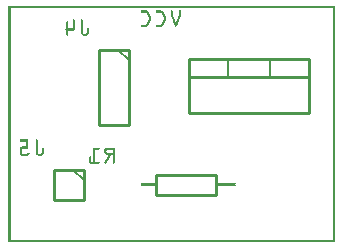
<source format=gbo>
G04 MADE WITH FRITZING*
G04 WWW.FRITZING.ORG*
G04 DOUBLE SIDED*
G04 HOLES PLATED*
G04 CONTOUR ON CENTER OF CONTOUR VECTOR*
%ASAXBY*%
%FSLAX23Y23*%
%MOIN*%
%OFA0B0*%
%SFA1.0B1.0*%
%ADD10C,0.010000*%
%ADD11C,0.005000*%
%ADD12R,0.001000X0.001000*%
%LNSILK0*%
G90*
G70*
G54D10*
X691Y225D02*
X491Y225D01*
D02*
X491Y225D02*
X491Y159D01*
D02*
X491Y159D02*
X691Y159D01*
D02*
X691Y159D02*
X691Y225D01*
D02*
X1001Y612D02*
X601Y612D01*
D02*
X601Y612D02*
X601Y432D01*
D02*
X601Y432D02*
X1001Y432D01*
D02*
X1001Y432D02*
X1001Y612D01*
D02*
X1001Y612D02*
X601Y612D01*
D02*
X601Y612D02*
X601Y552D01*
D02*
X601Y552D02*
X1001Y552D01*
D02*
X1001Y552D02*
X1001Y612D01*
G54D11*
D02*
X871Y612D02*
X871Y552D01*
D02*
X731Y612D02*
X731Y552D01*
G54D10*
D02*
X401Y642D02*
X401Y392D01*
D02*
X401Y392D02*
X301Y392D01*
D02*
X301Y392D02*
X301Y642D01*
D02*
X301Y642D02*
X401Y642D01*
G54D11*
D02*
X401Y607D02*
X366Y642D01*
G54D10*
D02*
X251Y242D02*
X251Y142D01*
D02*
X251Y142D02*
X151Y142D01*
D02*
X151Y142D02*
X151Y242D01*
D02*
X151Y242D02*
X251Y242D01*
G54D11*
D02*
X251Y207D02*
X216Y242D01*
G54D12*
X0Y787D02*
X1090Y787D01*
X0Y786D02*
X1090Y786D01*
X0Y785D02*
X1090Y785D01*
X0Y784D02*
X1090Y784D01*
X0Y783D02*
X1090Y783D01*
X0Y782D02*
X1090Y782D01*
X0Y781D02*
X1090Y781D01*
X0Y780D02*
X1090Y780D01*
X0Y779D02*
X7Y779D01*
X1083Y779D02*
X1090Y779D01*
X0Y778D02*
X7Y778D01*
X1083Y778D02*
X1090Y778D01*
X0Y777D02*
X7Y777D01*
X1083Y777D02*
X1090Y777D01*
X0Y776D02*
X7Y776D01*
X1083Y776D02*
X1090Y776D01*
X0Y775D02*
X7Y775D01*
X1083Y775D02*
X1090Y775D01*
X0Y774D02*
X7Y774D01*
X1083Y774D02*
X1090Y774D01*
X0Y773D02*
X7Y773D01*
X1083Y773D02*
X1090Y773D01*
X0Y772D02*
X7Y772D01*
X444Y772D02*
X461Y772D01*
X494Y772D02*
X510Y772D01*
X544Y772D02*
X546Y772D01*
X571Y772D02*
X574Y772D01*
X1083Y772D02*
X1090Y772D01*
X0Y771D02*
X7Y771D01*
X443Y771D02*
X463Y771D01*
X493Y771D02*
X513Y771D01*
X543Y771D02*
X547Y771D01*
X570Y771D02*
X575Y771D01*
X1083Y771D02*
X1090Y771D01*
X0Y770D02*
X7Y770D01*
X442Y770D02*
X464Y770D01*
X492Y770D02*
X514Y770D01*
X542Y770D02*
X548Y770D01*
X570Y770D02*
X575Y770D01*
X1083Y770D02*
X1090Y770D01*
X0Y769D02*
X7Y769D01*
X442Y769D02*
X465Y769D01*
X492Y769D02*
X515Y769D01*
X542Y769D02*
X548Y769D01*
X569Y769D02*
X575Y769D01*
X1083Y769D02*
X1090Y769D01*
X0Y768D02*
X7Y768D01*
X442Y768D02*
X466Y768D01*
X492Y768D02*
X516Y768D01*
X542Y768D02*
X548Y768D01*
X569Y768D02*
X575Y768D01*
X1083Y768D02*
X1090Y768D01*
X0Y767D02*
X7Y767D01*
X443Y767D02*
X467Y767D01*
X493Y767D02*
X517Y767D01*
X542Y767D02*
X548Y767D01*
X569Y767D02*
X575Y767D01*
X1083Y767D02*
X1090Y767D01*
X0Y766D02*
X7Y766D01*
X444Y766D02*
X467Y766D01*
X494Y766D02*
X517Y766D01*
X542Y766D02*
X548Y766D01*
X569Y766D02*
X575Y766D01*
X1083Y766D02*
X1090Y766D01*
X0Y765D02*
X7Y765D01*
X460Y765D02*
X468Y765D01*
X510Y765D02*
X518Y765D01*
X542Y765D02*
X548Y765D01*
X569Y765D02*
X575Y765D01*
X1083Y765D02*
X1090Y765D01*
X0Y764D02*
X7Y764D01*
X461Y764D02*
X468Y764D01*
X511Y764D02*
X518Y764D01*
X542Y764D02*
X548Y764D01*
X569Y764D02*
X575Y764D01*
X1083Y764D02*
X1090Y764D01*
X0Y763D02*
X7Y763D01*
X462Y763D02*
X469Y763D01*
X512Y763D02*
X519Y763D01*
X542Y763D02*
X548Y763D01*
X569Y763D02*
X575Y763D01*
X1083Y763D02*
X1090Y763D01*
X0Y762D02*
X7Y762D01*
X462Y762D02*
X469Y762D01*
X512Y762D02*
X519Y762D01*
X542Y762D02*
X548Y762D01*
X569Y762D02*
X575Y762D01*
X1083Y762D02*
X1090Y762D01*
X0Y761D02*
X7Y761D01*
X463Y761D02*
X470Y761D01*
X513Y761D02*
X520Y761D01*
X542Y761D02*
X548Y761D01*
X569Y761D02*
X575Y761D01*
X1083Y761D02*
X1090Y761D01*
X0Y760D02*
X7Y760D01*
X463Y760D02*
X470Y760D01*
X513Y760D02*
X520Y760D01*
X542Y760D02*
X548Y760D01*
X569Y760D02*
X575Y760D01*
X1083Y760D02*
X1090Y760D01*
X0Y759D02*
X7Y759D01*
X464Y759D02*
X471Y759D01*
X514Y759D02*
X521Y759D01*
X542Y759D02*
X548Y759D01*
X569Y759D02*
X575Y759D01*
X1083Y759D02*
X1090Y759D01*
X0Y758D02*
X7Y758D01*
X464Y758D02*
X471Y758D01*
X514Y758D02*
X521Y758D01*
X542Y758D02*
X548Y758D01*
X569Y758D02*
X575Y758D01*
X1083Y758D02*
X1090Y758D01*
X0Y757D02*
X7Y757D01*
X465Y757D02*
X472Y757D01*
X515Y757D02*
X522Y757D01*
X542Y757D02*
X548Y757D01*
X569Y757D02*
X575Y757D01*
X1083Y757D02*
X1090Y757D01*
X0Y756D02*
X7Y756D01*
X465Y756D02*
X472Y756D01*
X515Y756D02*
X522Y756D01*
X542Y756D02*
X549Y756D01*
X569Y756D02*
X575Y756D01*
X1083Y756D02*
X1090Y756D01*
X0Y755D02*
X7Y755D01*
X466Y755D02*
X473Y755D01*
X516Y755D02*
X523Y755D01*
X542Y755D02*
X549Y755D01*
X568Y755D02*
X575Y755D01*
X1083Y755D02*
X1090Y755D01*
X0Y754D02*
X7Y754D01*
X466Y754D02*
X473Y754D01*
X516Y754D02*
X523Y754D01*
X543Y754D02*
X549Y754D01*
X568Y754D02*
X575Y754D01*
X1083Y754D02*
X1090Y754D01*
X0Y753D02*
X7Y753D01*
X467Y753D02*
X474Y753D01*
X517Y753D02*
X524Y753D01*
X543Y753D02*
X550Y753D01*
X568Y753D02*
X574Y753D01*
X1083Y753D02*
X1090Y753D01*
X0Y752D02*
X7Y752D01*
X467Y752D02*
X474Y752D01*
X517Y752D02*
X524Y752D01*
X544Y752D02*
X550Y752D01*
X567Y752D02*
X574Y752D01*
X1083Y752D02*
X1090Y752D01*
X0Y751D02*
X7Y751D01*
X468Y751D02*
X475Y751D01*
X518Y751D02*
X524Y751D01*
X544Y751D02*
X551Y751D01*
X567Y751D02*
X573Y751D01*
X1083Y751D02*
X1090Y751D01*
X0Y750D02*
X7Y750D01*
X468Y750D02*
X475Y750D01*
X518Y750D02*
X525Y750D01*
X544Y750D02*
X551Y750D01*
X566Y750D02*
X573Y750D01*
X1083Y750D02*
X1090Y750D01*
X0Y749D02*
X7Y749D01*
X469Y749D02*
X475Y749D01*
X519Y749D02*
X525Y749D01*
X545Y749D02*
X551Y749D01*
X566Y749D02*
X573Y749D01*
X1083Y749D02*
X1090Y749D01*
X0Y748D02*
X7Y748D01*
X469Y748D02*
X475Y748D01*
X519Y748D02*
X525Y748D01*
X545Y748D02*
X552Y748D01*
X566Y748D02*
X572Y748D01*
X1083Y748D02*
X1090Y748D01*
X0Y747D02*
X7Y747D01*
X469Y747D02*
X475Y747D01*
X519Y747D02*
X525Y747D01*
X546Y747D02*
X552Y747D01*
X565Y747D02*
X572Y747D01*
X1083Y747D02*
X1090Y747D01*
X0Y746D02*
X7Y746D01*
X470Y746D02*
X476Y746D01*
X519Y746D02*
X525Y746D01*
X546Y746D02*
X553Y746D01*
X565Y746D02*
X571Y746D01*
X1083Y746D02*
X1090Y746D01*
X0Y745D02*
X7Y745D01*
X470Y745D02*
X476Y745D01*
X519Y745D02*
X525Y745D01*
X546Y745D02*
X553Y745D01*
X564Y745D02*
X571Y745D01*
X1083Y745D02*
X1090Y745D01*
X0Y744D02*
X7Y744D01*
X469Y744D02*
X475Y744D01*
X519Y744D02*
X525Y744D01*
X547Y744D02*
X553Y744D01*
X564Y744D02*
X571Y744D01*
X1083Y744D02*
X1090Y744D01*
X0Y743D02*
X7Y743D01*
X469Y743D02*
X475Y743D01*
X519Y743D02*
X525Y743D01*
X547Y743D02*
X554Y743D01*
X564Y743D02*
X570Y743D01*
X1083Y743D02*
X1090Y743D01*
X0Y742D02*
X7Y742D01*
X216Y742D02*
X219Y742D01*
X244Y742D02*
X246Y742D01*
X469Y742D02*
X475Y742D01*
X519Y742D02*
X525Y742D01*
X548Y742D02*
X554Y742D01*
X563Y742D02*
X570Y742D01*
X1083Y742D02*
X1090Y742D01*
X0Y741D02*
X7Y741D01*
X215Y741D02*
X220Y741D01*
X243Y741D02*
X248Y741D01*
X468Y741D02*
X475Y741D01*
X518Y741D02*
X525Y741D01*
X548Y741D02*
X554Y741D01*
X563Y741D02*
X569Y741D01*
X1083Y741D02*
X1090Y741D01*
X0Y740D02*
X7Y740D01*
X215Y740D02*
X220Y740D01*
X242Y740D02*
X248Y740D01*
X468Y740D02*
X475Y740D01*
X518Y740D02*
X525Y740D01*
X548Y740D02*
X555Y740D01*
X562Y740D02*
X569Y740D01*
X1083Y740D02*
X1090Y740D01*
X0Y739D02*
X7Y739D01*
X215Y739D02*
X221Y739D01*
X242Y739D02*
X248Y739D01*
X467Y739D02*
X474Y739D01*
X517Y739D02*
X524Y739D01*
X549Y739D02*
X555Y739D01*
X562Y739D02*
X569Y739D01*
X1083Y739D02*
X1090Y739D01*
X0Y738D02*
X7Y738D01*
X215Y738D02*
X221Y738D01*
X242Y738D02*
X248Y738D01*
X467Y738D02*
X474Y738D01*
X517Y738D02*
X524Y738D01*
X549Y738D02*
X556Y738D01*
X562Y738D02*
X568Y738D01*
X1083Y738D02*
X1090Y738D01*
X0Y737D02*
X7Y737D01*
X215Y737D02*
X221Y737D01*
X242Y737D02*
X248Y737D01*
X466Y737D02*
X473Y737D01*
X516Y737D02*
X523Y737D01*
X549Y737D02*
X556Y737D01*
X561Y737D02*
X568Y737D01*
X1083Y737D02*
X1090Y737D01*
X0Y736D02*
X7Y736D01*
X196Y736D02*
X198Y736D01*
X215Y736D02*
X221Y736D01*
X242Y736D02*
X248Y736D01*
X466Y736D02*
X473Y736D01*
X516Y736D02*
X523Y736D01*
X550Y736D02*
X556Y736D01*
X561Y736D02*
X568Y736D01*
X1083Y736D02*
X1090Y736D01*
X0Y735D02*
X7Y735D01*
X195Y735D02*
X199Y735D01*
X215Y735D02*
X221Y735D01*
X242Y735D02*
X248Y735D01*
X465Y735D02*
X472Y735D01*
X515Y735D02*
X522Y735D01*
X550Y735D02*
X557Y735D01*
X561Y735D02*
X567Y735D01*
X1083Y735D02*
X1090Y735D01*
X0Y734D02*
X7Y734D01*
X194Y734D02*
X200Y734D01*
X215Y734D02*
X221Y734D01*
X242Y734D02*
X248Y734D01*
X465Y734D02*
X472Y734D01*
X515Y734D02*
X522Y734D01*
X551Y734D02*
X557Y734D01*
X560Y734D02*
X567Y734D01*
X1083Y734D02*
X1090Y734D01*
X0Y733D02*
X7Y733D01*
X194Y733D02*
X200Y733D01*
X215Y733D02*
X221Y733D01*
X242Y733D02*
X248Y733D01*
X464Y733D02*
X471Y733D01*
X514Y733D02*
X521Y733D01*
X551Y733D02*
X558Y733D01*
X560Y733D02*
X566Y733D01*
X1083Y733D02*
X1090Y733D01*
X0Y732D02*
X7Y732D01*
X194Y732D02*
X200Y732D01*
X215Y732D02*
X221Y732D01*
X242Y732D02*
X248Y732D01*
X464Y732D02*
X471Y732D01*
X514Y732D02*
X521Y732D01*
X551Y732D02*
X566Y732D01*
X1083Y732D02*
X1090Y732D01*
X0Y731D02*
X7Y731D01*
X194Y731D02*
X200Y731D01*
X215Y731D02*
X221Y731D01*
X242Y731D02*
X248Y731D01*
X463Y731D02*
X470Y731D01*
X513Y731D02*
X520Y731D01*
X552Y731D02*
X566Y731D01*
X1083Y731D02*
X1090Y731D01*
X0Y730D02*
X7Y730D01*
X194Y730D02*
X200Y730D01*
X215Y730D02*
X221Y730D01*
X242Y730D02*
X248Y730D01*
X463Y730D02*
X470Y730D01*
X513Y730D02*
X520Y730D01*
X552Y730D02*
X565Y730D01*
X1083Y730D02*
X1090Y730D01*
X0Y729D02*
X7Y729D01*
X194Y729D02*
X200Y729D01*
X215Y729D02*
X221Y729D01*
X242Y729D02*
X248Y729D01*
X462Y729D02*
X469Y729D01*
X512Y729D02*
X519Y729D01*
X553Y729D02*
X565Y729D01*
X1083Y729D02*
X1090Y729D01*
X0Y728D02*
X7Y728D01*
X194Y728D02*
X200Y728D01*
X215Y728D02*
X221Y728D01*
X242Y728D02*
X248Y728D01*
X462Y728D02*
X469Y728D01*
X512Y728D02*
X519Y728D01*
X553Y728D02*
X564Y728D01*
X1083Y728D02*
X1090Y728D01*
X0Y727D02*
X7Y727D01*
X194Y727D02*
X200Y727D01*
X215Y727D02*
X221Y727D01*
X242Y727D02*
X248Y727D01*
X461Y727D02*
X468Y727D01*
X511Y727D02*
X518Y727D01*
X553Y727D02*
X564Y727D01*
X1083Y727D02*
X1090Y727D01*
X0Y726D02*
X7Y726D01*
X194Y726D02*
X200Y726D01*
X215Y726D02*
X221Y726D01*
X242Y726D02*
X248Y726D01*
X461Y726D02*
X468Y726D01*
X510Y726D02*
X518Y726D01*
X554Y726D02*
X564Y726D01*
X1083Y726D02*
X1090Y726D01*
X0Y725D02*
X7Y725D01*
X194Y725D02*
X200Y725D01*
X215Y725D02*
X221Y725D01*
X242Y725D02*
X248Y725D01*
X444Y725D02*
X467Y725D01*
X494Y725D02*
X517Y725D01*
X554Y725D02*
X563Y725D01*
X1083Y725D02*
X1090Y725D01*
X0Y724D02*
X7Y724D01*
X194Y724D02*
X200Y724D01*
X215Y724D02*
X221Y724D01*
X242Y724D02*
X248Y724D01*
X443Y724D02*
X467Y724D01*
X493Y724D02*
X517Y724D01*
X555Y724D02*
X563Y724D01*
X1083Y724D02*
X1090Y724D01*
X0Y723D02*
X7Y723D01*
X194Y723D02*
X200Y723D01*
X215Y723D02*
X221Y723D01*
X242Y723D02*
X248Y723D01*
X442Y723D02*
X466Y723D01*
X492Y723D02*
X516Y723D01*
X555Y723D02*
X562Y723D01*
X1083Y723D02*
X1090Y723D01*
X0Y722D02*
X7Y722D01*
X194Y722D02*
X200Y722D01*
X215Y722D02*
X221Y722D01*
X242Y722D02*
X248Y722D01*
X442Y722D02*
X465Y722D01*
X492Y722D02*
X515Y722D01*
X555Y722D02*
X562Y722D01*
X1083Y722D02*
X1090Y722D01*
X0Y721D02*
X7Y721D01*
X194Y721D02*
X200Y721D01*
X215Y721D02*
X221Y721D01*
X242Y721D02*
X248Y721D01*
X442Y721D02*
X464Y721D01*
X492Y721D02*
X514Y721D01*
X556Y721D02*
X562Y721D01*
X1083Y721D02*
X1090Y721D01*
X0Y720D02*
X7Y720D01*
X194Y720D02*
X200Y720D01*
X215Y720D02*
X221Y720D01*
X242Y720D02*
X248Y720D01*
X443Y720D02*
X463Y720D01*
X492Y720D02*
X513Y720D01*
X556Y720D02*
X561Y720D01*
X1083Y720D02*
X1090Y720D01*
X0Y719D02*
X7Y719D01*
X194Y719D02*
X200Y719D01*
X215Y719D02*
X221Y719D01*
X242Y719D02*
X248Y719D01*
X443Y719D02*
X461Y719D01*
X493Y719D02*
X511Y719D01*
X557Y719D02*
X560Y719D01*
X1083Y719D02*
X1090Y719D01*
X0Y718D02*
X7Y718D01*
X194Y718D02*
X200Y718D01*
X215Y718D02*
X221Y718D01*
X242Y718D02*
X248Y718D01*
X1083Y718D02*
X1090Y718D01*
X0Y717D02*
X7Y717D01*
X194Y717D02*
X200Y717D01*
X215Y717D02*
X221Y717D01*
X242Y717D02*
X248Y717D01*
X1083Y717D02*
X1090Y717D01*
X0Y716D02*
X7Y716D01*
X194Y716D02*
X200Y716D01*
X215Y716D02*
X221Y716D01*
X242Y716D02*
X248Y716D01*
X1083Y716D02*
X1090Y716D01*
X0Y715D02*
X7Y715D01*
X194Y715D02*
X200Y715D01*
X215Y715D02*
X221Y715D01*
X242Y715D02*
X248Y715D01*
X1083Y715D02*
X1090Y715D01*
X0Y714D02*
X7Y714D01*
X194Y714D02*
X200Y714D01*
X215Y714D02*
X221Y714D01*
X242Y714D02*
X248Y714D01*
X1083Y714D02*
X1090Y714D01*
X0Y713D02*
X7Y713D01*
X194Y713D02*
X221Y713D01*
X242Y713D02*
X248Y713D01*
X266Y713D02*
X266Y713D01*
X1083Y713D02*
X1090Y713D01*
X0Y712D02*
X7Y712D01*
X192Y712D02*
X221Y712D01*
X242Y712D02*
X248Y712D01*
X264Y712D02*
X268Y712D01*
X1083Y712D02*
X1090Y712D01*
X0Y711D02*
X7Y711D01*
X191Y711D02*
X221Y711D01*
X242Y711D02*
X248Y711D01*
X263Y711D02*
X269Y711D01*
X1083Y711D02*
X1090Y711D01*
X0Y710D02*
X7Y710D01*
X191Y710D02*
X221Y710D01*
X242Y710D02*
X248Y710D01*
X263Y710D02*
X269Y710D01*
X1083Y710D02*
X1090Y710D01*
X0Y709D02*
X7Y709D01*
X191Y709D02*
X221Y709D01*
X242Y709D02*
X248Y709D01*
X263Y709D02*
X269Y709D01*
X1083Y709D02*
X1090Y709D01*
X0Y708D02*
X7Y708D01*
X191Y708D02*
X221Y708D01*
X242Y708D02*
X248Y708D01*
X263Y708D02*
X269Y708D01*
X1083Y708D02*
X1090Y708D01*
X0Y707D02*
X7Y707D01*
X192Y707D02*
X221Y707D01*
X242Y707D02*
X248Y707D01*
X263Y707D02*
X269Y707D01*
X1083Y707D02*
X1090Y707D01*
X0Y706D02*
X7Y706D01*
X194Y706D02*
X220Y706D01*
X242Y706D02*
X248Y706D01*
X263Y706D02*
X269Y706D01*
X1083Y706D02*
X1090Y706D01*
X0Y705D02*
X7Y705D01*
X194Y705D02*
X200Y705D01*
X242Y705D02*
X248Y705D01*
X263Y705D02*
X269Y705D01*
X1083Y705D02*
X1090Y705D01*
X0Y704D02*
X7Y704D01*
X194Y704D02*
X200Y704D01*
X242Y704D02*
X248Y704D01*
X263Y704D02*
X269Y704D01*
X1083Y704D02*
X1090Y704D01*
X0Y703D02*
X7Y703D01*
X194Y703D02*
X200Y703D01*
X242Y703D02*
X248Y703D01*
X263Y703D02*
X269Y703D01*
X1083Y703D02*
X1090Y703D01*
X0Y702D02*
X7Y702D01*
X194Y702D02*
X200Y702D01*
X242Y702D02*
X248Y702D01*
X263Y702D02*
X269Y702D01*
X1083Y702D02*
X1090Y702D01*
X0Y701D02*
X7Y701D01*
X194Y701D02*
X200Y701D01*
X242Y701D02*
X248Y701D01*
X263Y701D02*
X269Y701D01*
X1083Y701D02*
X1090Y701D01*
X0Y700D02*
X7Y700D01*
X194Y700D02*
X200Y700D01*
X242Y700D02*
X248Y700D01*
X263Y700D02*
X269Y700D01*
X1083Y700D02*
X1090Y700D01*
X0Y699D02*
X7Y699D01*
X194Y699D02*
X200Y699D01*
X242Y699D02*
X248Y699D01*
X263Y699D02*
X269Y699D01*
X1083Y699D02*
X1090Y699D01*
X0Y698D02*
X7Y698D01*
X194Y698D02*
X200Y698D01*
X242Y698D02*
X248Y698D01*
X263Y698D02*
X269Y698D01*
X1083Y698D02*
X1090Y698D01*
X0Y697D02*
X7Y697D01*
X194Y697D02*
X200Y697D01*
X242Y697D02*
X249Y697D01*
X262Y697D02*
X269Y697D01*
X1083Y697D02*
X1090Y697D01*
X0Y696D02*
X7Y696D01*
X194Y696D02*
X200Y696D01*
X243Y696D02*
X250Y696D01*
X261Y696D02*
X269Y696D01*
X1083Y696D02*
X1090Y696D01*
X0Y695D02*
X7Y695D01*
X194Y695D02*
X200Y695D01*
X243Y695D02*
X268Y695D01*
X1083Y695D02*
X1090Y695D01*
X0Y694D02*
X7Y694D01*
X194Y694D02*
X200Y694D01*
X243Y694D02*
X268Y694D01*
X1083Y694D02*
X1090Y694D01*
X0Y693D02*
X7Y693D01*
X194Y693D02*
X200Y693D01*
X244Y693D02*
X267Y693D01*
X1083Y693D02*
X1090Y693D01*
X0Y692D02*
X7Y692D01*
X194Y692D02*
X200Y692D01*
X245Y692D02*
X266Y692D01*
X1083Y692D02*
X1090Y692D01*
X0Y691D02*
X7Y691D01*
X194Y691D02*
X200Y691D01*
X246Y691D02*
X265Y691D01*
X1083Y691D02*
X1090Y691D01*
X0Y690D02*
X7Y690D01*
X195Y690D02*
X199Y690D01*
X247Y690D02*
X264Y690D01*
X1083Y690D02*
X1090Y690D01*
X0Y689D02*
X7Y689D01*
X195Y689D02*
X199Y689D01*
X249Y689D02*
X262Y689D01*
X1083Y689D02*
X1090Y689D01*
X0Y688D02*
X7Y688D01*
X1083Y688D02*
X1090Y688D01*
X0Y687D02*
X7Y687D01*
X1083Y687D02*
X1090Y687D01*
X0Y686D02*
X7Y686D01*
X1083Y686D02*
X1090Y686D01*
X0Y685D02*
X7Y685D01*
X1083Y685D02*
X1090Y685D01*
X0Y684D02*
X7Y684D01*
X1083Y684D02*
X1090Y684D01*
X0Y683D02*
X7Y683D01*
X1083Y683D02*
X1090Y683D01*
X0Y682D02*
X7Y682D01*
X1083Y682D02*
X1090Y682D01*
X0Y681D02*
X7Y681D01*
X1083Y681D02*
X1090Y681D01*
X0Y680D02*
X7Y680D01*
X1083Y680D02*
X1090Y680D01*
X0Y679D02*
X7Y679D01*
X1083Y679D02*
X1090Y679D01*
X0Y678D02*
X7Y678D01*
X1083Y678D02*
X1090Y678D01*
X0Y677D02*
X7Y677D01*
X1083Y677D02*
X1090Y677D01*
X0Y676D02*
X7Y676D01*
X1083Y676D02*
X1090Y676D01*
X0Y675D02*
X7Y675D01*
X1083Y675D02*
X1090Y675D01*
X0Y674D02*
X7Y674D01*
X1083Y674D02*
X1090Y674D01*
X0Y673D02*
X7Y673D01*
X1083Y673D02*
X1090Y673D01*
X0Y672D02*
X7Y672D01*
X1083Y672D02*
X1090Y672D01*
X0Y671D02*
X7Y671D01*
X1083Y671D02*
X1090Y671D01*
X0Y670D02*
X7Y670D01*
X1083Y670D02*
X1090Y670D01*
X0Y669D02*
X7Y669D01*
X1083Y669D02*
X1090Y669D01*
X0Y668D02*
X7Y668D01*
X1083Y668D02*
X1090Y668D01*
X0Y667D02*
X7Y667D01*
X1083Y667D02*
X1090Y667D01*
X0Y666D02*
X7Y666D01*
X1083Y666D02*
X1090Y666D01*
X0Y665D02*
X7Y665D01*
X1083Y665D02*
X1090Y665D01*
X0Y664D02*
X7Y664D01*
X1083Y664D02*
X1090Y664D01*
X0Y663D02*
X7Y663D01*
X1083Y663D02*
X1090Y663D01*
X0Y662D02*
X7Y662D01*
X1083Y662D02*
X1090Y662D01*
X0Y661D02*
X7Y661D01*
X1083Y661D02*
X1090Y661D01*
X0Y660D02*
X7Y660D01*
X1083Y660D02*
X1090Y660D01*
X0Y659D02*
X7Y659D01*
X1083Y659D02*
X1090Y659D01*
X0Y658D02*
X7Y658D01*
X1083Y658D02*
X1090Y658D01*
X0Y657D02*
X7Y657D01*
X1083Y657D02*
X1090Y657D01*
X0Y656D02*
X7Y656D01*
X1083Y656D02*
X1090Y656D01*
X0Y655D02*
X7Y655D01*
X1083Y655D02*
X1090Y655D01*
X0Y654D02*
X7Y654D01*
X1083Y654D02*
X1090Y654D01*
X0Y653D02*
X7Y653D01*
X1083Y653D02*
X1090Y653D01*
X0Y652D02*
X7Y652D01*
X1083Y652D02*
X1090Y652D01*
X0Y651D02*
X7Y651D01*
X1083Y651D02*
X1090Y651D01*
X0Y650D02*
X7Y650D01*
X1083Y650D02*
X1090Y650D01*
X0Y649D02*
X7Y649D01*
X1083Y649D02*
X1090Y649D01*
X0Y648D02*
X7Y648D01*
X1083Y648D02*
X1090Y648D01*
X0Y647D02*
X7Y647D01*
X1083Y647D02*
X1090Y647D01*
X0Y646D02*
X7Y646D01*
X1083Y646D02*
X1090Y646D01*
X0Y645D02*
X7Y645D01*
X1083Y645D02*
X1090Y645D01*
X0Y644D02*
X7Y644D01*
X1083Y644D02*
X1090Y644D01*
X0Y643D02*
X7Y643D01*
X1083Y643D02*
X1090Y643D01*
X0Y642D02*
X7Y642D01*
X1083Y642D02*
X1090Y642D01*
X0Y641D02*
X7Y641D01*
X1083Y641D02*
X1090Y641D01*
X0Y640D02*
X7Y640D01*
X1083Y640D02*
X1090Y640D01*
X0Y639D02*
X7Y639D01*
X1083Y639D02*
X1090Y639D01*
X0Y638D02*
X7Y638D01*
X1083Y638D02*
X1090Y638D01*
X0Y637D02*
X7Y637D01*
X1083Y637D02*
X1090Y637D01*
X0Y636D02*
X7Y636D01*
X1083Y636D02*
X1090Y636D01*
X0Y635D02*
X7Y635D01*
X1083Y635D02*
X1090Y635D01*
X0Y634D02*
X7Y634D01*
X1083Y634D02*
X1090Y634D01*
X0Y633D02*
X7Y633D01*
X1083Y633D02*
X1090Y633D01*
X0Y632D02*
X7Y632D01*
X1083Y632D02*
X1090Y632D01*
X0Y631D02*
X7Y631D01*
X1083Y631D02*
X1090Y631D01*
X0Y630D02*
X7Y630D01*
X1083Y630D02*
X1090Y630D01*
X0Y629D02*
X7Y629D01*
X1083Y629D02*
X1090Y629D01*
X0Y628D02*
X7Y628D01*
X1083Y628D02*
X1090Y628D01*
X0Y627D02*
X7Y627D01*
X1083Y627D02*
X1090Y627D01*
X0Y626D02*
X7Y626D01*
X1083Y626D02*
X1090Y626D01*
X0Y625D02*
X7Y625D01*
X1083Y625D02*
X1090Y625D01*
X0Y624D02*
X7Y624D01*
X1083Y624D02*
X1090Y624D01*
X0Y623D02*
X7Y623D01*
X1083Y623D02*
X1090Y623D01*
X0Y622D02*
X7Y622D01*
X1083Y622D02*
X1090Y622D01*
X0Y621D02*
X7Y621D01*
X1083Y621D02*
X1090Y621D01*
X0Y620D02*
X7Y620D01*
X1083Y620D02*
X1090Y620D01*
X0Y619D02*
X7Y619D01*
X1083Y619D02*
X1090Y619D01*
X0Y618D02*
X7Y618D01*
X1083Y618D02*
X1090Y618D01*
X0Y617D02*
X7Y617D01*
X1083Y617D02*
X1090Y617D01*
X0Y616D02*
X7Y616D01*
X1083Y616D02*
X1090Y616D01*
X0Y615D02*
X7Y615D01*
X1083Y615D02*
X1090Y615D01*
X0Y614D02*
X7Y614D01*
X1083Y614D02*
X1090Y614D01*
X0Y613D02*
X7Y613D01*
X1083Y613D02*
X1090Y613D01*
X0Y612D02*
X7Y612D01*
X1083Y612D02*
X1090Y612D01*
X0Y611D02*
X7Y611D01*
X1083Y611D02*
X1090Y611D01*
X0Y610D02*
X7Y610D01*
X1083Y610D02*
X1090Y610D01*
X0Y609D02*
X7Y609D01*
X1083Y609D02*
X1090Y609D01*
X0Y608D02*
X7Y608D01*
X1083Y608D02*
X1090Y608D01*
X0Y607D02*
X7Y607D01*
X1083Y607D02*
X1090Y607D01*
X0Y606D02*
X7Y606D01*
X1083Y606D02*
X1090Y606D01*
X0Y605D02*
X7Y605D01*
X1083Y605D02*
X1090Y605D01*
X0Y604D02*
X7Y604D01*
X1083Y604D02*
X1090Y604D01*
X0Y603D02*
X7Y603D01*
X1083Y603D02*
X1090Y603D01*
X0Y602D02*
X7Y602D01*
X1083Y602D02*
X1090Y602D01*
X0Y601D02*
X7Y601D01*
X1083Y601D02*
X1090Y601D01*
X0Y600D02*
X7Y600D01*
X1083Y600D02*
X1090Y600D01*
X0Y599D02*
X7Y599D01*
X1083Y599D02*
X1090Y599D01*
X0Y598D02*
X7Y598D01*
X1083Y598D02*
X1090Y598D01*
X0Y597D02*
X7Y597D01*
X1083Y597D02*
X1090Y597D01*
X0Y596D02*
X7Y596D01*
X1083Y596D02*
X1090Y596D01*
X0Y595D02*
X7Y595D01*
X1083Y595D02*
X1090Y595D01*
X0Y594D02*
X7Y594D01*
X1083Y594D02*
X1090Y594D01*
X0Y593D02*
X7Y593D01*
X1083Y593D02*
X1090Y593D01*
X0Y592D02*
X7Y592D01*
X1083Y592D02*
X1090Y592D01*
X0Y591D02*
X7Y591D01*
X1083Y591D02*
X1090Y591D01*
X0Y590D02*
X7Y590D01*
X1083Y590D02*
X1090Y590D01*
X0Y589D02*
X7Y589D01*
X1083Y589D02*
X1090Y589D01*
X0Y588D02*
X7Y588D01*
X1083Y588D02*
X1090Y588D01*
X0Y587D02*
X7Y587D01*
X1083Y587D02*
X1090Y587D01*
X0Y586D02*
X7Y586D01*
X1083Y586D02*
X1090Y586D01*
X0Y585D02*
X7Y585D01*
X1083Y585D02*
X1090Y585D01*
X0Y584D02*
X7Y584D01*
X1083Y584D02*
X1090Y584D01*
X0Y583D02*
X7Y583D01*
X1083Y583D02*
X1090Y583D01*
X0Y582D02*
X7Y582D01*
X1083Y582D02*
X1090Y582D01*
X0Y581D02*
X7Y581D01*
X1083Y581D02*
X1090Y581D01*
X0Y580D02*
X7Y580D01*
X1083Y580D02*
X1090Y580D01*
X0Y579D02*
X7Y579D01*
X1083Y579D02*
X1090Y579D01*
X0Y578D02*
X7Y578D01*
X1083Y578D02*
X1090Y578D01*
X0Y577D02*
X7Y577D01*
X1083Y577D02*
X1090Y577D01*
X0Y576D02*
X7Y576D01*
X1083Y576D02*
X1090Y576D01*
X0Y575D02*
X7Y575D01*
X1083Y575D02*
X1090Y575D01*
X0Y574D02*
X7Y574D01*
X1083Y574D02*
X1090Y574D01*
X0Y573D02*
X7Y573D01*
X1083Y573D02*
X1090Y573D01*
X0Y572D02*
X7Y572D01*
X1083Y572D02*
X1090Y572D01*
X0Y571D02*
X7Y571D01*
X1083Y571D02*
X1090Y571D01*
X0Y570D02*
X7Y570D01*
X1083Y570D02*
X1090Y570D01*
X0Y569D02*
X7Y569D01*
X1083Y569D02*
X1090Y569D01*
X0Y568D02*
X7Y568D01*
X1083Y568D02*
X1090Y568D01*
X0Y567D02*
X7Y567D01*
X1083Y567D02*
X1090Y567D01*
X0Y566D02*
X7Y566D01*
X1083Y566D02*
X1090Y566D01*
X0Y565D02*
X7Y565D01*
X1083Y565D02*
X1090Y565D01*
X0Y564D02*
X7Y564D01*
X1083Y564D02*
X1090Y564D01*
X0Y563D02*
X7Y563D01*
X1083Y563D02*
X1090Y563D01*
X0Y562D02*
X7Y562D01*
X1083Y562D02*
X1090Y562D01*
X0Y561D02*
X7Y561D01*
X1083Y561D02*
X1090Y561D01*
X0Y560D02*
X7Y560D01*
X1083Y560D02*
X1090Y560D01*
X0Y559D02*
X7Y559D01*
X1083Y559D02*
X1090Y559D01*
X0Y558D02*
X7Y558D01*
X1083Y558D02*
X1090Y558D01*
X0Y557D02*
X7Y557D01*
X1083Y557D02*
X1090Y557D01*
X0Y556D02*
X7Y556D01*
X1083Y556D02*
X1090Y556D01*
X0Y555D02*
X7Y555D01*
X1083Y555D02*
X1090Y555D01*
X0Y554D02*
X7Y554D01*
X1083Y554D02*
X1090Y554D01*
X0Y553D02*
X7Y553D01*
X1083Y553D02*
X1090Y553D01*
X0Y552D02*
X7Y552D01*
X1083Y552D02*
X1090Y552D01*
X0Y551D02*
X7Y551D01*
X1083Y551D02*
X1090Y551D01*
X0Y550D02*
X7Y550D01*
X1083Y550D02*
X1090Y550D01*
X0Y549D02*
X7Y549D01*
X1083Y549D02*
X1090Y549D01*
X0Y548D02*
X7Y548D01*
X1083Y548D02*
X1090Y548D01*
X0Y547D02*
X7Y547D01*
X1083Y547D02*
X1090Y547D01*
X0Y546D02*
X7Y546D01*
X1083Y546D02*
X1090Y546D01*
X0Y545D02*
X7Y545D01*
X1083Y545D02*
X1090Y545D01*
X0Y544D02*
X7Y544D01*
X1083Y544D02*
X1090Y544D01*
X0Y543D02*
X7Y543D01*
X1083Y543D02*
X1090Y543D01*
X0Y542D02*
X7Y542D01*
X1083Y542D02*
X1090Y542D01*
X0Y541D02*
X7Y541D01*
X1083Y541D02*
X1090Y541D01*
X0Y540D02*
X7Y540D01*
X1083Y540D02*
X1090Y540D01*
X0Y539D02*
X7Y539D01*
X1083Y539D02*
X1090Y539D01*
X0Y538D02*
X7Y538D01*
X1083Y538D02*
X1090Y538D01*
X0Y537D02*
X7Y537D01*
X1083Y537D02*
X1090Y537D01*
X0Y536D02*
X7Y536D01*
X1083Y536D02*
X1090Y536D01*
X0Y535D02*
X7Y535D01*
X1083Y535D02*
X1090Y535D01*
X0Y534D02*
X7Y534D01*
X1083Y534D02*
X1090Y534D01*
X0Y533D02*
X7Y533D01*
X1083Y533D02*
X1090Y533D01*
X0Y532D02*
X7Y532D01*
X1083Y532D02*
X1090Y532D01*
X0Y531D02*
X7Y531D01*
X1083Y531D02*
X1090Y531D01*
X0Y530D02*
X7Y530D01*
X1083Y530D02*
X1090Y530D01*
X0Y529D02*
X7Y529D01*
X1083Y529D02*
X1090Y529D01*
X0Y528D02*
X7Y528D01*
X1083Y528D02*
X1090Y528D01*
X0Y527D02*
X7Y527D01*
X1083Y527D02*
X1090Y527D01*
X0Y526D02*
X7Y526D01*
X1083Y526D02*
X1090Y526D01*
X0Y525D02*
X7Y525D01*
X1083Y525D02*
X1090Y525D01*
X0Y524D02*
X7Y524D01*
X1083Y524D02*
X1090Y524D01*
X0Y523D02*
X7Y523D01*
X1083Y523D02*
X1090Y523D01*
X0Y522D02*
X7Y522D01*
X1083Y522D02*
X1090Y522D01*
X0Y521D02*
X7Y521D01*
X1083Y521D02*
X1090Y521D01*
X0Y520D02*
X7Y520D01*
X1083Y520D02*
X1090Y520D01*
X0Y519D02*
X7Y519D01*
X1083Y519D02*
X1090Y519D01*
X0Y518D02*
X7Y518D01*
X1083Y518D02*
X1090Y518D01*
X0Y517D02*
X7Y517D01*
X1083Y517D02*
X1090Y517D01*
X0Y516D02*
X7Y516D01*
X1083Y516D02*
X1090Y516D01*
X0Y515D02*
X7Y515D01*
X1083Y515D02*
X1090Y515D01*
X0Y514D02*
X7Y514D01*
X1083Y514D02*
X1090Y514D01*
X0Y513D02*
X7Y513D01*
X1083Y513D02*
X1090Y513D01*
X0Y512D02*
X7Y512D01*
X1083Y512D02*
X1090Y512D01*
X0Y511D02*
X7Y511D01*
X1083Y511D02*
X1090Y511D01*
X0Y510D02*
X7Y510D01*
X1083Y510D02*
X1090Y510D01*
X0Y509D02*
X7Y509D01*
X1083Y509D02*
X1090Y509D01*
X0Y508D02*
X7Y508D01*
X1083Y508D02*
X1090Y508D01*
X0Y507D02*
X7Y507D01*
X1083Y507D02*
X1090Y507D01*
X0Y506D02*
X7Y506D01*
X1083Y506D02*
X1090Y506D01*
X0Y505D02*
X7Y505D01*
X1083Y505D02*
X1090Y505D01*
X0Y504D02*
X7Y504D01*
X1083Y504D02*
X1090Y504D01*
X0Y503D02*
X7Y503D01*
X1083Y503D02*
X1090Y503D01*
X0Y502D02*
X7Y502D01*
X1083Y502D02*
X1090Y502D01*
X0Y501D02*
X7Y501D01*
X1083Y501D02*
X1090Y501D01*
X0Y500D02*
X7Y500D01*
X1083Y500D02*
X1090Y500D01*
X0Y499D02*
X7Y499D01*
X1083Y499D02*
X1090Y499D01*
X0Y498D02*
X7Y498D01*
X1083Y498D02*
X1090Y498D01*
X0Y497D02*
X7Y497D01*
X1083Y497D02*
X1090Y497D01*
X0Y496D02*
X7Y496D01*
X1083Y496D02*
X1090Y496D01*
X0Y495D02*
X7Y495D01*
X1083Y495D02*
X1090Y495D01*
X0Y494D02*
X7Y494D01*
X1083Y494D02*
X1090Y494D01*
X0Y493D02*
X7Y493D01*
X1083Y493D02*
X1090Y493D01*
X0Y492D02*
X7Y492D01*
X1083Y492D02*
X1090Y492D01*
X0Y491D02*
X7Y491D01*
X1083Y491D02*
X1090Y491D01*
X0Y490D02*
X7Y490D01*
X1083Y490D02*
X1090Y490D01*
X0Y489D02*
X7Y489D01*
X1083Y489D02*
X1090Y489D01*
X0Y488D02*
X7Y488D01*
X1083Y488D02*
X1090Y488D01*
X0Y487D02*
X7Y487D01*
X1083Y487D02*
X1090Y487D01*
X0Y486D02*
X7Y486D01*
X1083Y486D02*
X1090Y486D01*
X0Y485D02*
X7Y485D01*
X1083Y485D02*
X1090Y485D01*
X0Y484D02*
X7Y484D01*
X1083Y484D02*
X1090Y484D01*
X0Y483D02*
X7Y483D01*
X1083Y483D02*
X1090Y483D01*
X0Y482D02*
X7Y482D01*
X1083Y482D02*
X1090Y482D01*
X0Y481D02*
X7Y481D01*
X1083Y481D02*
X1090Y481D01*
X0Y480D02*
X7Y480D01*
X1083Y480D02*
X1090Y480D01*
X0Y479D02*
X7Y479D01*
X1083Y479D02*
X1090Y479D01*
X0Y478D02*
X7Y478D01*
X1083Y478D02*
X1090Y478D01*
X0Y477D02*
X7Y477D01*
X1083Y477D02*
X1090Y477D01*
X0Y476D02*
X7Y476D01*
X1083Y476D02*
X1090Y476D01*
X0Y475D02*
X7Y475D01*
X1083Y475D02*
X1090Y475D01*
X0Y474D02*
X7Y474D01*
X1083Y474D02*
X1090Y474D01*
X0Y473D02*
X7Y473D01*
X1083Y473D02*
X1090Y473D01*
X0Y472D02*
X7Y472D01*
X1083Y472D02*
X1090Y472D01*
X0Y471D02*
X7Y471D01*
X1083Y471D02*
X1090Y471D01*
X0Y470D02*
X7Y470D01*
X1083Y470D02*
X1090Y470D01*
X0Y469D02*
X7Y469D01*
X1083Y469D02*
X1090Y469D01*
X0Y468D02*
X7Y468D01*
X1083Y468D02*
X1090Y468D01*
X0Y467D02*
X7Y467D01*
X1083Y467D02*
X1090Y467D01*
X0Y466D02*
X7Y466D01*
X1083Y466D02*
X1090Y466D01*
X0Y465D02*
X7Y465D01*
X1083Y465D02*
X1090Y465D01*
X0Y464D02*
X7Y464D01*
X1083Y464D02*
X1090Y464D01*
X0Y463D02*
X7Y463D01*
X1083Y463D02*
X1090Y463D01*
X0Y462D02*
X7Y462D01*
X1083Y462D02*
X1090Y462D01*
X0Y461D02*
X7Y461D01*
X1083Y461D02*
X1090Y461D01*
X0Y460D02*
X7Y460D01*
X1083Y460D02*
X1090Y460D01*
X0Y459D02*
X7Y459D01*
X1083Y459D02*
X1090Y459D01*
X0Y458D02*
X7Y458D01*
X1083Y458D02*
X1090Y458D01*
X0Y457D02*
X7Y457D01*
X1083Y457D02*
X1090Y457D01*
X0Y456D02*
X7Y456D01*
X1083Y456D02*
X1090Y456D01*
X0Y455D02*
X7Y455D01*
X1083Y455D02*
X1090Y455D01*
X0Y454D02*
X7Y454D01*
X1083Y454D02*
X1090Y454D01*
X0Y453D02*
X7Y453D01*
X1083Y453D02*
X1090Y453D01*
X0Y452D02*
X7Y452D01*
X1083Y452D02*
X1090Y452D01*
X0Y451D02*
X7Y451D01*
X1083Y451D02*
X1090Y451D01*
X0Y450D02*
X7Y450D01*
X1083Y450D02*
X1090Y450D01*
X0Y449D02*
X7Y449D01*
X1083Y449D02*
X1090Y449D01*
X0Y448D02*
X7Y448D01*
X1083Y448D02*
X1090Y448D01*
X0Y447D02*
X7Y447D01*
X1083Y447D02*
X1090Y447D01*
X0Y446D02*
X7Y446D01*
X1083Y446D02*
X1090Y446D01*
X0Y445D02*
X7Y445D01*
X1083Y445D02*
X1090Y445D01*
X0Y444D02*
X7Y444D01*
X1083Y444D02*
X1090Y444D01*
X0Y443D02*
X7Y443D01*
X1083Y443D02*
X1090Y443D01*
X0Y442D02*
X7Y442D01*
X1083Y442D02*
X1090Y442D01*
X0Y441D02*
X7Y441D01*
X1083Y441D02*
X1090Y441D01*
X0Y440D02*
X7Y440D01*
X1083Y440D02*
X1090Y440D01*
X0Y439D02*
X7Y439D01*
X1083Y439D02*
X1090Y439D01*
X0Y438D02*
X7Y438D01*
X1083Y438D02*
X1090Y438D01*
X0Y437D02*
X7Y437D01*
X1083Y437D02*
X1090Y437D01*
X0Y436D02*
X7Y436D01*
X1083Y436D02*
X1090Y436D01*
X0Y435D02*
X7Y435D01*
X1083Y435D02*
X1090Y435D01*
X0Y434D02*
X7Y434D01*
X1083Y434D02*
X1090Y434D01*
X0Y433D02*
X7Y433D01*
X1083Y433D02*
X1090Y433D01*
X0Y432D02*
X7Y432D01*
X1083Y432D02*
X1090Y432D01*
X0Y431D02*
X7Y431D01*
X1083Y431D02*
X1090Y431D01*
X0Y430D02*
X7Y430D01*
X1083Y430D02*
X1090Y430D01*
X0Y429D02*
X7Y429D01*
X1083Y429D02*
X1090Y429D01*
X0Y428D02*
X7Y428D01*
X1083Y428D02*
X1090Y428D01*
X0Y427D02*
X7Y427D01*
X1083Y427D02*
X1090Y427D01*
X0Y426D02*
X7Y426D01*
X1083Y426D02*
X1090Y426D01*
X0Y425D02*
X7Y425D01*
X1083Y425D02*
X1090Y425D01*
X0Y424D02*
X7Y424D01*
X1083Y424D02*
X1090Y424D01*
X0Y423D02*
X7Y423D01*
X1083Y423D02*
X1090Y423D01*
X0Y422D02*
X7Y422D01*
X1083Y422D02*
X1090Y422D01*
X0Y421D02*
X7Y421D01*
X1083Y421D02*
X1090Y421D01*
X0Y420D02*
X7Y420D01*
X1083Y420D02*
X1090Y420D01*
X0Y419D02*
X7Y419D01*
X1083Y419D02*
X1090Y419D01*
X0Y418D02*
X7Y418D01*
X1083Y418D02*
X1090Y418D01*
X0Y417D02*
X7Y417D01*
X1083Y417D02*
X1090Y417D01*
X0Y416D02*
X7Y416D01*
X1083Y416D02*
X1090Y416D01*
X0Y415D02*
X7Y415D01*
X1083Y415D02*
X1090Y415D01*
X0Y414D02*
X7Y414D01*
X1083Y414D02*
X1090Y414D01*
X0Y413D02*
X7Y413D01*
X1083Y413D02*
X1090Y413D01*
X0Y412D02*
X7Y412D01*
X1083Y412D02*
X1090Y412D01*
X0Y411D02*
X7Y411D01*
X1083Y411D02*
X1090Y411D01*
X0Y410D02*
X7Y410D01*
X1083Y410D02*
X1090Y410D01*
X0Y409D02*
X7Y409D01*
X1083Y409D02*
X1090Y409D01*
X0Y408D02*
X7Y408D01*
X1083Y408D02*
X1090Y408D01*
X0Y407D02*
X7Y407D01*
X1083Y407D02*
X1090Y407D01*
X0Y406D02*
X7Y406D01*
X1083Y406D02*
X1090Y406D01*
X0Y405D02*
X7Y405D01*
X1083Y405D02*
X1090Y405D01*
X0Y404D02*
X7Y404D01*
X1083Y404D02*
X1090Y404D01*
X0Y403D02*
X7Y403D01*
X1083Y403D02*
X1090Y403D01*
X0Y402D02*
X7Y402D01*
X1083Y402D02*
X1090Y402D01*
X0Y401D02*
X7Y401D01*
X1083Y401D02*
X1090Y401D01*
X0Y400D02*
X7Y400D01*
X1083Y400D02*
X1090Y400D01*
X0Y399D02*
X7Y399D01*
X1083Y399D02*
X1090Y399D01*
X0Y398D02*
X7Y398D01*
X1083Y398D02*
X1090Y398D01*
X0Y397D02*
X7Y397D01*
X1083Y397D02*
X1090Y397D01*
X0Y396D02*
X7Y396D01*
X1083Y396D02*
X1090Y396D01*
X0Y395D02*
X7Y395D01*
X1083Y395D02*
X1090Y395D01*
X0Y394D02*
X7Y394D01*
X1083Y394D02*
X1090Y394D01*
X0Y393D02*
X7Y393D01*
X1083Y393D02*
X1090Y393D01*
X0Y392D02*
X7Y392D01*
X1083Y392D02*
X1090Y392D01*
X0Y391D02*
X7Y391D01*
X1083Y391D02*
X1090Y391D01*
X0Y390D02*
X7Y390D01*
X1083Y390D02*
X1090Y390D01*
X0Y389D02*
X7Y389D01*
X1083Y389D02*
X1090Y389D01*
X0Y388D02*
X7Y388D01*
X1083Y388D02*
X1090Y388D01*
X0Y387D02*
X7Y387D01*
X1083Y387D02*
X1090Y387D01*
X0Y386D02*
X7Y386D01*
X1083Y386D02*
X1090Y386D01*
X0Y385D02*
X7Y385D01*
X1083Y385D02*
X1090Y385D01*
X0Y384D02*
X7Y384D01*
X1083Y384D02*
X1090Y384D01*
X0Y383D02*
X7Y383D01*
X1083Y383D02*
X1090Y383D01*
X0Y382D02*
X7Y382D01*
X1083Y382D02*
X1090Y382D01*
X0Y381D02*
X7Y381D01*
X1083Y381D02*
X1090Y381D01*
X0Y380D02*
X7Y380D01*
X1083Y380D02*
X1090Y380D01*
X0Y379D02*
X7Y379D01*
X1083Y379D02*
X1090Y379D01*
X0Y378D02*
X7Y378D01*
X1083Y378D02*
X1090Y378D01*
X0Y377D02*
X7Y377D01*
X1083Y377D02*
X1090Y377D01*
X0Y376D02*
X7Y376D01*
X1083Y376D02*
X1090Y376D01*
X0Y375D02*
X7Y375D01*
X1083Y375D02*
X1090Y375D01*
X0Y374D02*
X7Y374D01*
X1083Y374D02*
X1090Y374D01*
X0Y373D02*
X7Y373D01*
X1083Y373D02*
X1090Y373D01*
X0Y372D02*
X7Y372D01*
X1083Y372D02*
X1090Y372D01*
X0Y371D02*
X7Y371D01*
X1083Y371D02*
X1090Y371D01*
X0Y370D02*
X7Y370D01*
X1083Y370D02*
X1090Y370D01*
X0Y369D02*
X7Y369D01*
X1083Y369D02*
X1090Y369D01*
X0Y368D02*
X7Y368D01*
X1083Y368D02*
X1090Y368D01*
X0Y367D02*
X7Y367D01*
X1083Y367D02*
X1090Y367D01*
X0Y366D02*
X7Y366D01*
X1083Y366D02*
X1090Y366D01*
X0Y365D02*
X7Y365D01*
X1083Y365D02*
X1090Y365D01*
X0Y364D02*
X7Y364D01*
X1083Y364D02*
X1090Y364D01*
X0Y363D02*
X7Y363D01*
X1083Y363D02*
X1090Y363D01*
X0Y362D02*
X7Y362D01*
X1083Y362D02*
X1090Y362D01*
X0Y361D02*
X7Y361D01*
X1083Y361D02*
X1090Y361D01*
X0Y360D02*
X7Y360D01*
X1083Y360D02*
X1090Y360D01*
X0Y359D02*
X7Y359D01*
X1083Y359D02*
X1090Y359D01*
X0Y358D02*
X7Y358D01*
X1083Y358D02*
X1090Y358D01*
X0Y357D02*
X7Y357D01*
X1083Y357D02*
X1090Y357D01*
X0Y356D02*
X7Y356D01*
X1083Y356D02*
X1090Y356D01*
X0Y355D02*
X7Y355D01*
X1083Y355D02*
X1090Y355D01*
X0Y354D02*
X7Y354D01*
X1083Y354D02*
X1090Y354D01*
X0Y353D02*
X7Y353D01*
X1083Y353D02*
X1090Y353D01*
X0Y352D02*
X7Y352D01*
X1083Y352D02*
X1090Y352D01*
X0Y351D02*
X7Y351D01*
X1083Y351D02*
X1090Y351D01*
X0Y350D02*
X7Y350D01*
X1083Y350D02*
X1090Y350D01*
X0Y349D02*
X7Y349D01*
X1083Y349D02*
X1090Y349D01*
X0Y348D02*
X7Y348D01*
X1083Y348D02*
X1090Y348D01*
X0Y347D02*
X7Y347D01*
X1083Y347D02*
X1090Y347D01*
X0Y346D02*
X7Y346D01*
X1083Y346D02*
X1090Y346D01*
X0Y345D02*
X7Y345D01*
X1083Y345D02*
X1090Y345D01*
X0Y344D02*
X7Y344D01*
X1083Y344D02*
X1090Y344D01*
X0Y343D02*
X7Y343D01*
X1083Y343D02*
X1090Y343D01*
X0Y342D02*
X7Y342D01*
X40Y342D02*
X65Y342D01*
X93Y342D02*
X96Y342D01*
X1083Y342D02*
X1090Y342D01*
X0Y341D02*
X7Y341D01*
X39Y341D02*
X65Y341D01*
X92Y341D02*
X97Y341D01*
X1083Y341D02*
X1090Y341D01*
X0Y340D02*
X7Y340D01*
X38Y340D02*
X65Y340D01*
X92Y340D02*
X97Y340D01*
X1083Y340D02*
X1090Y340D01*
X0Y339D02*
X7Y339D01*
X38Y339D02*
X65Y339D01*
X92Y339D02*
X98Y339D01*
X1083Y339D02*
X1090Y339D01*
X0Y338D02*
X7Y338D01*
X38Y338D02*
X65Y338D01*
X92Y338D02*
X98Y338D01*
X1083Y338D02*
X1090Y338D01*
X0Y337D02*
X7Y337D01*
X39Y337D02*
X65Y337D01*
X92Y337D02*
X98Y337D01*
X1083Y337D02*
X1090Y337D01*
X0Y336D02*
X7Y336D01*
X40Y336D02*
X65Y336D01*
X92Y336D02*
X98Y336D01*
X1083Y336D02*
X1090Y336D01*
X0Y335D02*
X7Y335D01*
X59Y335D02*
X65Y335D01*
X92Y335D02*
X98Y335D01*
X1083Y335D02*
X1090Y335D01*
X0Y334D02*
X7Y334D01*
X59Y334D02*
X65Y334D01*
X92Y334D02*
X98Y334D01*
X1083Y334D02*
X1090Y334D01*
X0Y333D02*
X7Y333D01*
X59Y333D02*
X65Y333D01*
X92Y333D02*
X98Y333D01*
X1083Y333D02*
X1090Y333D01*
X0Y332D02*
X7Y332D01*
X59Y332D02*
X65Y332D01*
X92Y332D02*
X98Y332D01*
X1083Y332D02*
X1090Y332D01*
X0Y331D02*
X7Y331D01*
X59Y331D02*
X65Y331D01*
X92Y331D02*
X98Y331D01*
X1083Y331D02*
X1090Y331D01*
X0Y330D02*
X7Y330D01*
X59Y330D02*
X65Y330D01*
X92Y330D02*
X98Y330D01*
X1083Y330D02*
X1090Y330D01*
X0Y329D02*
X7Y329D01*
X59Y329D02*
X65Y329D01*
X92Y329D02*
X98Y329D01*
X1083Y329D02*
X1090Y329D01*
X0Y328D02*
X7Y328D01*
X59Y328D02*
X65Y328D01*
X92Y328D02*
X98Y328D01*
X1083Y328D02*
X1090Y328D01*
X0Y327D02*
X7Y327D01*
X59Y327D02*
X65Y327D01*
X92Y327D02*
X98Y327D01*
X1083Y327D02*
X1090Y327D01*
X0Y326D02*
X7Y326D01*
X59Y326D02*
X65Y326D01*
X92Y326D02*
X98Y326D01*
X1083Y326D02*
X1090Y326D01*
X0Y325D02*
X7Y325D01*
X59Y325D02*
X65Y325D01*
X92Y325D02*
X98Y325D01*
X1083Y325D02*
X1090Y325D01*
X0Y324D02*
X7Y324D01*
X59Y324D02*
X65Y324D01*
X92Y324D02*
X98Y324D01*
X1083Y324D02*
X1090Y324D01*
X0Y323D02*
X7Y323D01*
X59Y323D02*
X65Y323D01*
X92Y323D02*
X98Y323D01*
X1083Y323D02*
X1090Y323D01*
X0Y322D02*
X7Y322D01*
X59Y322D02*
X65Y322D01*
X92Y322D02*
X98Y322D01*
X1083Y322D02*
X1090Y322D01*
X0Y321D02*
X7Y321D01*
X59Y321D02*
X65Y321D01*
X92Y321D02*
X98Y321D01*
X1083Y321D02*
X1090Y321D01*
X0Y320D02*
X7Y320D01*
X59Y320D02*
X65Y320D01*
X92Y320D02*
X98Y320D01*
X1083Y320D02*
X1090Y320D01*
X0Y319D02*
X7Y319D01*
X45Y319D02*
X65Y319D01*
X92Y319D02*
X98Y319D01*
X1083Y319D02*
X1090Y319D01*
X0Y318D02*
X7Y318D01*
X42Y318D02*
X65Y318D01*
X92Y318D02*
X98Y318D01*
X1083Y318D02*
X1090Y318D01*
X0Y317D02*
X7Y317D01*
X40Y317D02*
X65Y317D01*
X92Y317D02*
X98Y317D01*
X1083Y317D02*
X1090Y317D01*
X0Y316D02*
X7Y316D01*
X40Y316D02*
X65Y316D01*
X92Y316D02*
X98Y316D01*
X1083Y316D02*
X1090Y316D01*
X0Y315D02*
X7Y315D01*
X39Y315D02*
X65Y315D01*
X92Y315D02*
X98Y315D01*
X284Y315D02*
X302Y315D01*
X328Y315D02*
X354Y315D01*
X1083Y315D02*
X1090Y315D01*
X0Y314D02*
X7Y314D01*
X38Y314D02*
X65Y314D01*
X92Y314D02*
X98Y314D01*
X284Y314D02*
X303Y314D01*
X326Y314D02*
X354Y314D01*
X1083Y314D02*
X1090Y314D01*
X0Y313D02*
X7Y313D01*
X38Y313D02*
X65Y313D01*
X92Y313D02*
X98Y313D01*
X115Y313D02*
X116Y313D01*
X284Y313D02*
X304Y313D01*
X324Y313D02*
X354Y313D01*
X1083Y313D02*
X1090Y313D01*
X0Y312D02*
X7Y312D01*
X38Y312D02*
X64Y312D01*
X92Y312D02*
X98Y312D01*
X113Y312D02*
X117Y312D01*
X284Y312D02*
X304Y312D01*
X323Y312D02*
X354Y312D01*
X1083Y312D02*
X1090Y312D01*
X0Y311D02*
X7Y311D01*
X38Y311D02*
X44Y311D01*
X92Y311D02*
X98Y311D01*
X113Y311D02*
X118Y311D01*
X284Y311D02*
X304Y311D01*
X322Y311D02*
X354Y311D01*
X1083Y311D02*
X1090Y311D01*
X0Y310D02*
X7Y310D01*
X38Y310D02*
X44Y310D01*
X92Y310D02*
X98Y310D01*
X112Y310D02*
X118Y310D01*
X284Y310D02*
X303Y310D01*
X322Y310D02*
X354Y310D01*
X1083Y310D02*
X1090Y310D01*
X0Y309D02*
X7Y309D01*
X38Y309D02*
X44Y309D01*
X92Y309D02*
X98Y309D01*
X112Y309D02*
X118Y309D01*
X284Y309D02*
X302Y309D01*
X321Y309D02*
X354Y309D01*
X1083Y309D02*
X1090Y309D01*
X0Y308D02*
X7Y308D01*
X38Y308D02*
X44Y308D01*
X92Y308D02*
X98Y308D01*
X112Y308D02*
X118Y308D01*
X284Y308D02*
X290Y308D01*
X321Y308D02*
X328Y308D01*
X348Y308D02*
X354Y308D01*
X1083Y308D02*
X1090Y308D01*
X0Y307D02*
X7Y307D01*
X38Y307D02*
X44Y307D01*
X92Y307D02*
X98Y307D01*
X112Y307D02*
X118Y307D01*
X284Y307D02*
X290Y307D01*
X321Y307D02*
X327Y307D01*
X348Y307D02*
X354Y307D01*
X1083Y307D02*
X1090Y307D01*
X0Y306D02*
X7Y306D01*
X38Y306D02*
X44Y306D01*
X92Y306D02*
X98Y306D01*
X112Y306D02*
X118Y306D01*
X284Y306D02*
X290Y306D01*
X320Y306D02*
X327Y306D01*
X348Y306D02*
X354Y306D01*
X1083Y306D02*
X1090Y306D01*
X0Y305D02*
X7Y305D01*
X38Y305D02*
X44Y305D01*
X92Y305D02*
X98Y305D01*
X112Y305D02*
X118Y305D01*
X284Y305D02*
X290Y305D01*
X320Y305D02*
X326Y305D01*
X348Y305D02*
X354Y305D01*
X1083Y305D02*
X1090Y305D01*
X0Y304D02*
X7Y304D01*
X38Y304D02*
X44Y304D01*
X92Y304D02*
X98Y304D01*
X112Y304D02*
X118Y304D01*
X284Y304D02*
X290Y304D01*
X320Y304D02*
X326Y304D01*
X348Y304D02*
X354Y304D01*
X1083Y304D02*
X1090Y304D01*
X0Y303D02*
X7Y303D01*
X38Y303D02*
X44Y303D01*
X92Y303D02*
X98Y303D01*
X112Y303D02*
X118Y303D01*
X284Y303D02*
X290Y303D01*
X320Y303D02*
X326Y303D01*
X348Y303D02*
X354Y303D01*
X1083Y303D02*
X1090Y303D01*
X0Y302D02*
X7Y302D01*
X38Y302D02*
X44Y302D01*
X92Y302D02*
X98Y302D01*
X112Y302D02*
X118Y302D01*
X284Y302D02*
X290Y302D01*
X320Y302D02*
X326Y302D01*
X348Y302D02*
X354Y302D01*
X1083Y302D02*
X1090Y302D01*
X0Y301D02*
X7Y301D01*
X38Y301D02*
X44Y301D01*
X92Y301D02*
X98Y301D01*
X112Y301D02*
X118Y301D01*
X284Y301D02*
X290Y301D01*
X320Y301D02*
X326Y301D01*
X348Y301D02*
X354Y301D01*
X1083Y301D02*
X1090Y301D01*
X0Y300D02*
X7Y300D01*
X38Y300D02*
X44Y300D01*
X92Y300D02*
X98Y300D01*
X112Y300D02*
X118Y300D01*
X284Y300D02*
X290Y300D01*
X321Y300D02*
X327Y300D01*
X348Y300D02*
X354Y300D01*
X1083Y300D02*
X1090Y300D01*
X0Y299D02*
X7Y299D01*
X38Y299D02*
X44Y299D01*
X92Y299D02*
X98Y299D01*
X112Y299D02*
X118Y299D01*
X284Y299D02*
X290Y299D01*
X321Y299D02*
X327Y299D01*
X348Y299D02*
X354Y299D01*
X1083Y299D02*
X1090Y299D01*
X0Y298D02*
X7Y298D01*
X38Y298D02*
X44Y298D01*
X68Y298D02*
X70Y298D01*
X92Y298D02*
X98Y298D01*
X112Y298D02*
X118Y298D01*
X284Y298D02*
X290Y298D01*
X321Y298D02*
X329Y298D01*
X348Y298D02*
X354Y298D01*
X1083Y298D02*
X1090Y298D01*
X0Y297D02*
X7Y297D01*
X38Y297D02*
X44Y297D01*
X65Y297D02*
X71Y297D01*
X92Y297D02*
X98Y297D01*
X112Y297D02*
X118Y297D01*
X284Y297D02*
X290Y297D01*
X321Y297D02*
X354Y297D01*
X1083Y297D02*
X1090Y297D01*
X0Y296D02*
X7Y296D01*
X38Y296D02*
X44Y296D01*
X63Y296D02*
X72Y296D01*
X92Y296D02*
X99Y296D01*
X111Y296D02*
X118Y296D01*
X284Y296D02*
X290Y296D01*
X322Y296D02*
X354Y296D01*
X1083Y296D02*
X1090Y296D01*
X0Y295D02*
X7Y295D01*
X38Y295D02*
X72Y295D01*
X92Y295D02*
X118Y295D01*
X284Y295D02*
X290Y295D01*
X323Y295D02*
X354Y295D01*
X1083Y295D02*
X1090Y295D01*
X0Y294D02*
X7Y294D01*
X38Y294D02*
X72Y294D01*
X93Y294D02*
X117Y294D01*
X284Y294D02*
X290Y294D01*
X324Y294D02*
X354Y294D01*
X1083Y294D02*
X1090Y294D01*
X0Y293D02*
X7Y293D01*
X39Y293D02*
X71Y293D01*
X93Y293D02*
X116Y293D01*
X284Y293D02*
X290Y293D01*
X325Y293D02*
X354Y293D01*
X1083Y293D02*
X1090Y293D01*
X0Y292D02*
X7Y292D01*
X39Y292D02*
X70Y292D01*
X94Y292D02*
X116Y292D01*
X284Y292D02*
X290Y292D01*
X326Y292D02*
X354Y292D01*
X1083Y292D02*
X1090Y292D01*
X0Y291D02*
X7Y291D01*
X40Y291D02*
X68Y291D01*
X95Y291D02*
X115Y291D01*
X284Y291D02*
X290Y291D01*
X329Y291D02*
X354Y291D01*
X1083Y291D02*
X1090Y291D01*
X0Y290D02*
X7Y290D01*
X41Y290D02*
X66Y290D01*
X97Y290D02*
X113Y290D01*
X284Y290D02*
X290Y290D01*
X334Y290D02*
X342Y290D01*
X348Y290D02*
X354Y290D01*
X1083Y290D02*
X1090Y290D01*
X0Y289D02*
X7Y289D01*
X42Y289D02*
X64Y289D01*
X99Y289D02*
X111Y289D01*
X284Y289D02*
X290Y289D01*
X334Y289D02*
X341Y289D01*
X348Y289D02*
X354Y289D01*
X1083Y289D02*
X1090Y289D01*
X0Y288D02*
X7Y288D01*
X284Y288D02*
X290Y288D01*
X333Y288D02*
X341Y288D01*
X348Y288D02*
X354Y288D01*
X1083Y288D02*
X1090Y288D01*
X0Y287D02*
X7Y287D01*
X284Y287D02*
X290Y287D01*
X333Y287D02*
X340Y287D01*
X348Y287D02*
X354Y287D01*
X1083Y287D02*
X1090Y287D01*
X0Y286D02*
X7Y286D01*
X273Y286D02*
X274Y286D01*
X284Y286D02*
X290Y286D01*
X332Y286D02*
X339Y286D01*
X348Y286D02*
X354Y286D01*
X1083Y286D02*
X1090Y286D01*
X0Y285D02*
X7Y285D01*
X271Y285D02*
X276Y285D01*
X284Y285D02*
X290Y285D01*
X332Y285D02*
X339Y285D01*
X348Y285D02*
X354Y285D01*
X1083Y285D02*
X1090Y285D01*
X0Y284D02*
X7Y284D01*
X271Y284D02*
X276Y284D01*
X284Y284D02*
X290Y284D01*
X331Y284D02*
X338Y284D01*
X348Y284D02*
X354Y284D01*
X1083Y284D02*
X1090Y284D01*
X0Y283D02*
X7Y283D01*
X270Y283D02*
X276Y283D01*
X284Y283D02*
X290Y283D01*
X330Y283D02*
X338Y283D01*
X348Y283D02*
X354Y283D01*
X1083Y283D02*
X1090Y283D01*
X0Y282D02*
X7Y282D01*
X270Y282D02*
X276Y282D01*
X284Y282D02*
X290Y282D01*
X330Y282D02*
X337Y282D01*
X348Y282D02*
X354Y282D01*
X1083Y282D02*
X1090Y282D01*
X0Y281D02*
X7Y281D01*
X270Y281D02*
X276Y281D01*
X284Y281D02*
X290Y281D01*
X329Y281D02*
X336Y281D01*
X348Y281D02*
X354Y281D01*
X1083Y281D02*
X1090Y281D01*
X0Y280D02*
X7Y280D01*
X270Y280D02*
X276Y280D01*
X284Y280D02*
X290Y280D01*
X329Y280D02*
X336Y280D01*
X348Y280D02*
X354Y280D01*
X1083Y280D02*
X1090Y280D01*
X0Y279D02*
X7Y279D01*
X270Y279D02*
X276Y279D01*
X284Y279D02*
X290Y279D01*
X328Y279D02*
X335Y279D01*
X348Y279D02*
X354Y279D01*
X1083Y279D02*
X1090Y279D01*
X0Y278D02*
X7Y278D01*
X270Y278D02*
X276Y278D01*
X284Y278D02*
X290Y278D01*
X328Y278D02*
X335Y278D01*
X348Y278D02*
X354Y278D01*
X1083Y278D02*
X1090Y278D01*
X0Y277D02*
X7Y277D01*
X270Y277D02*
X276Y277D01*
X284Y277D02*
X290Y277D01*
X327Y277D02*
X334Y277D01*
X348Y277D02*
X354Y277D01*
X1083Y277D02*
X1090Y277D01*
X0Y276D02*
X7Y276D01*
X270Y276D02*
X276Y276D01*
X284Y276D02*
X290Y276D01*
X326Y276D02*
X334Y276D01*
X348Y276D02*
X354Y276D01*
X1083Y276D02*
X1090Y276D01*
X0Y275D02*
X7Y275D01*
X270Y275D02*
X276Y275D01*
X284Y275D02*
X290Y275D01*
X326Y275D02*
X333Y275D01*
X348Y275D02*
X354Y275D01*
X1083Y275D02*
X1090Y275D01*
X0Y274D02*
X7Y274D01*
X270Y274D02*
X276Y274D01*
X284Y274D02*
X290Y274D01*
X325Y274D02*
X332Y274D01*
X348Y274D02*
X354Y274D01*
X1083Y274D02*
X1090Y274D01*
X0Y273D02*
X7Y273D01*
X270Y273D02*
X276Y273D01*
X284Y273D02*
X290Y273D01*
X325Y273D02*
X332Y273D01*
X348Y273D02*
X354Y273D01*
X1083Y273D02*
X1090Y273D01*
X0Y272D02*
X7Y272D01*
X270Y272D02*
X276Y272D01*
X284Y272D02*
X290Y272D01*
X324Y272D02*
X331Y272D01*
X348Y272D02*
X354Y272D01*
X1083Y272D02*
X1090Y272D01*
X0Y271D02*
X7Y271D01*
X270Y271D02*
X276Y271D01*
X284Y271D02*
X290Y271D01*
X323Y271D02*
X331Y271D01*
X348Y271D02*
X354Y271D01*
X1083Y271D02*
X1090Y271D01*
X0Y270D02*
X7Y270D01*
X270Y270D02*
X276Y270D01*
X284Y270D02*
X290Y270D01*
X323Y270D02*
X330Y270D01*
X348Y270D02*
X354Y270D01*
X1083Y270D02*
X1090Y270D01*
X0Y269D02*
X7Y269D01*
X270Y269D02*
X276Y269D01*
X284Y269D02*
X290Y269D01*
X322Y269D02*
X329Y269D01*
X348Y269D02*
X354Y269D01*
X1083Y269D02*
X1090Y269D01*
X0Y268D02*
X7Y268D01*
X270Y268D02*
X302Y268D01*
X322Y268D02*
X329Y268D01*
X348Y268D02*
X354Y268D01*
X1083Y268D02*
X1090Y268D01*
X0Y267D02*
X7Y267D01*
X270Y267D02*
X303Y267D01*
X321Y267D02*
X328Y267D01*
X348Y267D02*
X354Y267D01*
X1083Y267D02*
X1090Y267D01*
X0Y266D02*
X7Y266D01*
X270Y266D02*
X304Y266D01*
X321Y266D02*
X328Y266D01*
X348Y266D02*
X354Y266D01*
X1083Y266D02*
X1090Y266D01*
X0Y265D02*
X7Y265D01*
X270Y265D02*
X304Y265D01*
X320Y265D02*
X327Y265D01*
X348Y265D02*
X354Y265D01*
X1083Y265D02*
X1090Y265D01*
X0Y264D02*
X7Y264D01*
X271Y264D02*
X304Y264D01*
X321Y264D02*
X327Y264D01*
X348Y264D02*
X354Y264D01*
X1083Y264D02*
X1090Y264D01*
X0Y263D02*
X7Y263D01*
X271Y263D02*
X303Y263D01*
X321Y263D02*
X326Y263D01*
X349Y263D02*
X353Y263D01*
X1083Y263D02*
X1090Y263D01*
X0Y262D02*
X7Y262D01*
X272Y262D02*
X302Y262D01*
X322Y262D02*
X325Y262D01*
X350Y262D02*
X352Y262D01*
X1083Y262D02*
X1090Y262D01*
X0Y261D02*
X7Y261D01*
X1083Y261D02*
X1090Y261D01*
X0Y260D02*
X7Y260D01*
X1083Y260D02*
X1090Y260D01*
X0Y259D02*
X7Y259D01*
X1083Y259D02*
X1090Y259D01*
X0Y258D02*
X7Y258D01*
X1083Y258D02*
X1090Y258D01*
X0Y257D02*
X7Y257D01*
X1083Y257D02*
X1090Y257D01*
X0Y256D02*
X7Y256D01*
X1083Y256D02*
X1090Y256D01*
X0Y255D02*
X7Y255D01*
X1083Y255D02*
X1090Y255D01*
X0Y254D02*
X7Y254D01*
X1083Y254D02*
X1090Y254D01*
X0Y253D02*
X7Y253D01*
X1083Y253D02*
X1090Y253D01*
X0Y252D02*
X7Y252D01*
X1083Y252D02*
X1090Y252D01*
X0Y251D02*
X7Y251D01*
X1083Y251D02*
X1090Y251D01*
X0Y250D02*
X7Y250D01*
X1083Y250D02*
X1090Y250D01*
X0Y249D02*
X7Y249D01*
X1083Y249D02*
X1090Y249D01*
X0Y248D02*
X7Y248D01*
X1083Y248D02*
X1090Y248D01*
X0Y247D02*
X7Y247D01*
X1083Y247D02*
X1090Y247D01*
X0Y246D02*
X7Y246D01*
X1083Y246D02*
X1090Y246D01*
X0Y245D02*
X7Y245D01*
X1083Y245D02*
X1090Y245D01*
X0Y244D02*
X7Y244D01*
X1083Y244D02*
X1090Y244D01*
X0Y243D02*
X7Y243D01*
X1083Y243D02*
X1090Y243D01*
X0Y242D02*
X7Y242D01*
X1083Y242D02*
X1090Y242D01*
X0Y241D02*
X7Y241D01*
X1083Y241D02*
X1090Y241D01*
X0Y240D02*
X7Y240D01*
X1083Y240D02*
X1090Y240D01*
X0Y239D02*
X7Y239D01*
X1083Y239D02*
X1090Y239D01*
X0Y238D02*
X7Y238D01*
X1083Y238D02*
X1090Y238D01*
X0Y237D02*
X7Y237D01*
X1083Y237D02*
X1090Y237D01*
X0Y236D02*
X7Y236D01*
X1083Y236D02*
X1090Y236D01*
X0Y235D02*
X7Y235D01*
X1083Y235D02*
X1090Y235D01*
X0Y234D02*
X7Y234D01*
X1083Y234D02*
X1090Y234D01*
X0Y233D02*
X7Y233D01*
X1083Y233D02*
X1090Y233D01*
X0Y232D02*
X7Y232D01*
X1083Y232D02*
X1090Y232D01*
X0Y231D02*
X7Y231D01*
X1083Y231D02*
X1090Y231D01*
X0Y230D02*
X7Y230D01*
X1083Y230D02*
X1090Y230D01*
X0Y229D02*
X7Y229D01*
X1083Y229D02*
X1090Y229D01*
X0Y228D02*
X7Y228D01*
X1083Y228D02*
X1090Y228D01*
X0Y227D02*
X7Y227D01*
X1083Y227D02*
X1090Y227D01*
X0Y226D02*
X7Y226D01*
X1083Y226D02*
X1090Y226D01*
X0Y225D02*
X7Y225D01*
X1083Y225D02*
X1090Y225D01*
X0Y224D02*
X7Y224D01*
X1083Y224D02*
X1090Y224D01*
X0Y223D02*
X7Y223D01*
X1083Y223D02*
X1090Y223D01*
X0Y222D02*
X7Y222D01*
X1083Y222D02*
X1090Y222D01*
X0Y221D02*
X7Y221D01*
X1083Y221D02*
X1090Y221D01*
X0Y220D02*
X7Y220D01*
X1083Y220D02*
X1090Y220D01*
X0Y219D02*
X7Y219D01*
X1083Y219D02*
X1090Y219D01*
X0Y218D02*
X7Y218D01*
X1083Y218D02*
X1090Y218D01*
X0Y217D02*
X7Y217D01*
X1083Y217D02*
X1090Y217D01*
X0Y216D02*
X7Y216D01*
X1083Y216D02*
X1090Y216D01*
X0Y215D02*
X7Y215D01*
X1083Y215D02*
X1090Y215D01*
X0Y214D02*
X7Y214D01*
X1083Y214D02*
X1090Y214D01*
X0Y213D02*
X7Y213D01*
X1083Y213D02*
X1090Y213D01*
X0Y212D02*
X7Y212D01*
X1083Y212D02*
X1090Y212D01*
X0Y211D02*
X7Y211D01*
X1083Y211D02*
X1090Y211D01*
X0Y210D02*
X7Y210D01*
X1083Y210D02*
X1090Y210D01*
X0Y209D02*
X7Y209D01*
X1083Y209D02*
X1090Y209D01*
X0Y208D02*
X7Y208D01*
X1083Y208D02*
X1090Y208D01*
X0Y207D02*
X7Y207D01*
X1083Y207D02*
X1090Y207D01*
X0Y206D02*
X7Y206D01*
X1083Y206D02*
X1090Y206D01*
X0Y205D02*
X7Y205D01*
X1083Y205D02*
X1090Y205D01*
X0Y204D02*
X7Y204D01*
X1083Y204D02*
X1090Y204D01*
X0Y203D02*
X7Y203D01*
X1083Y203D02*
X1090Y203D01*
X0Y202D02*
X7Y202D01*
X1083Y202D02*
X1090Y202D01*
X0Y201D02*
X7Y201D01*
X1083Y201D02*
X1090Y201D01*
X0Y200D02*
X7Y200D01*
X1083Y200D02*
X1090Y200D01*
X0Y199D02*
X7Y199D01*
X1083Y199D02*
X1090Y199D01*
X0Y198D02*
X7Y198D01*
X1083Y198D02*
X1090Y198D01*
X0Y197D02*
X7Y197D01*
X442Y197D02*
X490Y197D01*
X691Y197D02*
X757Y197D01*
X1083Y197D02*
X1090Y197D01*
X0Y196D02*
X7Y196D01*
X443Y196D02*
X490Y196D01*
X691Y196D02*
X757Y196D01*
X1083Y196D02*
X1090Y196D01*
X0Y195D02*
X7Y195D01*
X443Y195D02*
X490Y195D01*
X691Y195D02*
X757Y195D01*
X1083Y195D02*
X1090Y195D01*
X0Y194D02*
X7Y194D01*
X443Y194D02*
X490Y194D01*
X691Y194D02*
X756Y194D01*
X1083Y194D02*
X1090Y194D01*
X0Y193D02*
X7Y193D01*
X443Y193D02*
X490Y193D01*
X691Y193D02*
X756Y193D01*
X1083Y193D02*
X1090Y193D01*
X0Y192D02*
X7Y192D01*
X443Y192D02*
X490Y192D01*
X691Y192D02*
X756Y192D01*
X1083Y192D02*
X1090Y192D01*
X0Y191D02*
X7Y191D01*
X443Y191D02*
X490Y191D01*
X691Y191D02*
X757Y191D01*
X1083Y191D02*
X1090Y191D01*
X0Y190D02*
X7Y190D01*
X443Y190D02*
X490Y190D01*
X691Y190D02*
X757Y190D01*
X1083Y190D02*
X1090Y190D01*
X0Y189D02*
X7Y189D01*
X443Y189D02*
X490Y189D01*
X691Y189D02*
X757Y189D01*
X1083Y189D02*
X1090Y189D01*
X0Y188D02*
X7Y188D01*
X442Y188D02*
X490Y188D01*
X691Y188D02*
X757Y188D01*
X1083Y188D02*
X1090Y188D01*
X0Y187D02*
X7Y187D01*
X1083Y187D02*
X1090Y187D01*
X0Y186D02*
X7Y186D01*
X1083Y186D02*
X1090Y186D01*
X0Y185D02*
X7Y185D01*
X1083Y185D02*
X1090Y185D01*
X0Y184D02*
X7Y184D01*
X1083Y184D02*
X1090Y184D01*
X0Y183D02*
X7Y183D01*
X1083Y183D02*
X1090Y183D01*
X0Y182D02*
X7Y182D01*
X1083Y182D02*
X1090Y182D01*
X0Y181D02*
X7Y181D01*
X1083Y181D02*
X1090Y181D01*
X0Y180D02*
X7Y180D01*
X1083Y180D02*
X1090Y180D01*
X0Y179D02*
X7Y179D01*
X1083Y179D02*
X1090Y179D01*
X0Y178D02*
X7Y178D01*
X1083Y178D02*
X1090Y178D01*
X0Y177D02*
X7Y177D01*
X1083Y177D02*
X1090Y177D01*
X0Y176D02*
X7Y176D01*
X1083Y176D02*
X1090Y176D01*
X0Y175D02*
X7Y175D01*
X1083Y175D02*
X1090Y175D01*
X0Y174D02*
X7Y174D01*
X1083Y174D02*
X1090Y174D01*
X0Y173D02*
X7Y173D01*
X1083Y173D02*
X1090Y173D01*
X0Y172D02*
X7Y172D01*
X1083Y172D02*
X1090Y172D01*
X0Y171D02*
X7Y171D01*
X1083Y171D02*
X1090Y171D01*
X0Y170D02*
X7Y170D01*
X1083Y170D02*
X1090Y170D01*
X0Y169D02*
X7Y169D01*
X1083Y169D02*
X1090Y169D01*
X0Y168D02*
X7Y168D01*
X1083Y168D02*
X1090Y168D01*
X0Y167D02*
X7Y167D01*
X1083Y167D02*
X1090Y167D01*
X0Y166D02*
X7Y166D01*
X1083Y166D02*
X1090Y166D01*
X0Y165D02*
X7Y165D01*
X1083Y165D02*
X1090Y165D01*
X0Y164D02*
X7Y164D01*
X1083Y164D02*
X1090Y164D01*
X0Y163D02*
X7Y163D01*
X1083Y163D02*
X1090Y163D01*
X0Y162D02*
X7Y162D01*
X1083Y162D02*
X1090Y162D01*
X0Y161D02*
X7Y161D01*
X1083Y161D02*
X1090Y161D01*
X0Y160D02*
X7Y160D01*
X1083Y160D02*
X1090Y160D01*
X0Y159D02*
X7Y159D01*
X1083Y159D02*
X1090Y159D01*
X0Y158D02*
X7Y158D01*
X1083Y158D02*
X1090Y158D01*
X0Y157D02*
X7Y157D01*
X1083Y157D02*
X1090Y157D01*
X0Y156D02*
X7Y156D01*
X1083Y156D02*
X1090Y156D01*
X0Y155D02*
X7Y155D01*
X1083Y155D02*
X1090Y155D01*
X0Y154D02*
X7Y154D01*
X1083Y154D02*
X1090Y154D01*
X0Y153D02*
X7Y153D01*
X1083Y153D02*
X1090Y153D01*
X0Y152D02*
X7Y152D01*
X1083Y152D02*
X1090Y152D01*
X0Y151D02*
X7Y151D01*
X1083Y151D02*
X1090Y151D01*
X0Y150D02*
X7Y150D01*
X1083Y150D02*
X1090Y150D01*
X0Y149D02*
X7Y149D01*
X1083Y149D02*
X1090Y149D01*
X0Y148D02*
X7Y148D01*
X1083Y148D02*
X1090Y148D01*
X0Y147D02*
X7Y147D01*
X1083Y147D02*
X1090Y147D01*
X0Y146D02*
X7Y146D01*
X1083Y146D02*
X1090Y146D01*
X0Y145D02*
X7Y145D01*
X1083Y145D02*
X1090Y145D01*
X0Y144D02*
X7Y144D01*
X1083Y144D02*
X1090Y144D01*
X0Y143D02*
X7Y143D01*
X1083Y143D02*
X1090Y143D01*
X0Y142D02*
X7Y142D01*
X1083Y142D02*
X1090Y142D01*
X0Y141D02*
X7Y141D01*
X1083Y141D02*
X1090Y141D01*
X0Y140D02*
X7Y140D01*
X1083Y140D02*
X1090Y140D01*
X0Y139D02*
X7Y139D01*
X1083Y139D02*
X1090Y139D01*
X0Y138D02*
X7Y138D01*
X1083Y138D02*
X1090Y138D01*
X0Y137D02*
X7Y137D01*
X1083Y137D02*
X1090Y137D01*
X0Y136D02*
X7Y136D01*
X1083Y136D02*
X1090Y136D01*
X0Y135D02*
X7Y135D01*
X1083Y135D02*
X1090Y135D01*
X0Y134D02*
X7Y134D01*
X1083Y134D02*
X1090Y134D01*
X0Y133D02*
X7Y133D01*
X1083Y133D02*
X1090Y133D01*
X0Y132D02*
X7Y132D01*
X1083Y132D02*
X1090Y132D01*
X0Y131D02*
X7Y131D01*
X1083Y131D02*
X1090Y131D01*
X0Y130D02*
X7Y130D01*
X1083Y130D02*
X1090Y130D01*
X0Y129D02*
X7Y129D01*
X1083Y129D02*
X1090Y129D01*
X0Y128D02*
X7Y128D01*
X1083Y128D02*
X1090Y128D01*
X0Y127D02*
X7Y127D01*
X1083Y127D02*
X1090Y127D01*
X0Y126D02*
X7Y126D01*
X1083Y126D02*
X1090Y126D01*
X0Y125D02*
X7Y125D01*
X1083Y125D02*
X1090Y125D01*
X0Y124D02*
X7Y124D01*
X1083Y124D02*
X1090Y124D01*
X0Y123D02*
X7Y123D01*
X1083Y123D02*
X1090Y123D01*
X0Y122D02*
X7Y122D01*
X1083Y122D02*
X1090Y122D01*
X0Y121D02*
X7Y121D01*
X1083Y121D02*
X1090Y121D01*
X0Y120D02*
X7Y120D01*
X1083Y120D02*
X1090Y120D01*
X0Y119D02*
X7Y119D01*
X1083Y119D02*
X1090Y119D01*
X0Y118D02*
X7Y118D01*
X1083Y118D02*
X1090Y118D01*
X0Y117D02*
X7Y117D01*
X1083Y117D02*
X1090Y117D01*
X0Y116D02*
X7Y116D01*
X1083Y116D02*
X1090Y116D01*
X0Y115D02*
X7Y115D01*
X1083Y115D02*
X1090Y115D01*
X0Y114D02*
X7Y114D01*
X1083Y114D02*
X1090Y114D01*
X0Y113D02*
X7Y113D01*
X1083Y113D02*
X1090Y113D01*
X0Y112D02*
X7Y112D01*
X1083Y112D02*
X1090Y112D01*
X0Y111D02*
X7Y111D01*
X1083Y111D02*
X1090Y111D01*
X0Y110D02*
X7Y110D01*
X1083Y110D02*
X1090Y110D01*
X0Y109D02*
X7Y109D01*
X1083Y109D02*
X1090Y109D01*
X0Y108D02*
X7Y108D01*
X1083Y108D02*
X1090Y108D01*
X0Y107D02*
X7Y107D01*
X1083Y107D02*
X1090Y107D01*
X0Y106D02*
X7Y106D01*
X1083Y106D02*
X1090Y106D01*
X0Y105D02*
X7Y105D01*
X1083Y105D02*
X1090Y105D01*
X0Y104D02*
X7Y104D01*
X1083Y104D02*
X1090Y104D01*
X0Y103D02*
X7Y103D01*
X1083Y103D02*
X1090Y103D01*
X0Y102D02*
X7Y102D01*
X1083Y102D02*
X1090Y102D01*
X0Y101D02*
X7Y101D01*
X1083Y101D02*
X1090Y101D01*
X0Y100D02*
X7Y100D01*
X1083Y100D02*
X1090Y100D01*
X0Y99D02*
X7Y99D01*
X1083Y99D02*
X1090Y99D01*
X0Y98D02*
X7Y98D01*
X1083Y98D02*
X1090Y98D01*
X0Y97D02*
X7Y97D01*
X1083Y97D02*
X1090Y97D01*
X0Y96D02*
X7Y96D01*
X1083Y96D02*
X1090Y96D01*
X0Y95D02*
X7Y95D01*
X1083Y95D02*
X1090Y95D01*
X0Y94D02*
X7Y94D01*
X1083Y94D02*
X1090Y94D01*
X0Y93D02*
X7Y93D01*
X1083Y93D02*
X1090Y93D01*
X0Y92D02*
X7Y92D01*
X1083Y92D02*
X1090Y92D01*
X0Y91D02*
X7Y91D01*
X1083Y91D02*
X1090Y91D01*
X0Y90D02*
X7Y90D01*
X1083Y90D02*
X1090Y90D01*
X0Y89D02*
X7Y89D01*
X1083Y89D02*
X1090Y89D01*
X0Y88D02*
X7Y88D01*
X1083Y88D02*
X1090Y88D01*
X0Y87D02*
X7Y87D01*
X1083Y87D02*
X1090Y87D01*
X0Y86D02*
X7Y86D01*
X1083Y86D02*
X1090Y86D01*
X0Y85D02*
X7Y85D01*
X1083Y85D02*
X1090Y85D01*
X0Y84D02*
X7Y84D01*
X1083Y84D02*
X1090Y84D01*
X0Y83D02*
X7Y83D01*
X1083Y83D02*
X1090Y83D01*
X0Y82D02*
X7Y82D01*
X1083Y82D02*
X1090Y82D01*
X0Y81D02*
X7Y81D01*
X1083Y81D02*
X1090Y81D01*
X0Y80D02*
X7Y80D01*
X1083Y80D02*
X1090Y80D01*
X0Y79D02*
X7Y79D01*
X1083Y79D02*
X1090Y79D01*
X0Y78D02*
X7Y78D01*
X1083Y78D02*
X1090Y78D01*
X0Y77D02*
X7Y77D01*
X1083Y77D02*
X1090Y77D01*
X0Y76D02*
X7Y76D01*
X1083Y76D02*
X1090Y76D01*
X0Y75D02*
X7Y75D01*
X1083Y75D02*
X1090Y75D01*
X0Y74D02*
X7Y74D01*
X1083Y74D02*
X1090Y74D01*
X0Y73D02*
X7Y73D01*
X1083Y73D02*
X1090Y73D01*
X0Y72D02*
X7Y72D01*
X1083Y72D02*
X1090Y72D01*
X0Y71D02*
X7Y71D01*
X1083Y71D02*
X1090Y71D01*
X0Y70D02*
X7Y70D01*
X1083Y70D02*
X1090Y70D01*
X0Y69D02*
X7Y69D01*
X1083Y69D02*
X1090Y69D01*
X0Y68D02*
X7Y68D01*
X1083Y68D02*
X1090Y68D01*
X0Y67D02*
X7Y67D01*
X1083Y67D02*
X1090Y67D01*
X0Y66D02*
X7Y66D01*
X1083Y66D02*
X1090Y66D01*
X0Y65D02*
X7Y65D01*
X1083Y65D02*
X1090Y65D01*
X0Y64D02*
X7Y64D01*
X1083Y64D02*
X1090Y64D01*
X0Y63D02*
X7Y63D01*
X1083Y63D02*
X1090Y63D01*
X0Y62D02*
X7Y62D01*
X1083Y62D02*
X1090Y62D01*
X0Y61D02*
X7Y61D01*
X1083Y61D02*
X1090Y61D01*
X0Y60D02*
X7Y60D01*
X1083Y60D02*
X1090Y60D01*
X0Y59D02*
X7Y59D01*
X1083Y59D02*
X1090Y59D01*
X0Y58D02*
X7Y58D01*
X1083Y58D02*
X1090Y58D01*
X0Y57D02*
X7Y57D01*
X1083Y57D02*
X1090Y57D01*
X0Y56D02*
X7Y56D01*
X1083Y56D02*
X1090Y56D01*
X0Y55D02*
X7Y55D01*
X1083Y55D02*
X1090Y55D01*
X0Y54D02*
X7Y54D01*
X1083Y54D02*
X1090Y54D01*
X0Y53D02*
X7Y53D01*
X1083Y53D02*
X1090Y53D01*
X0Y52D02*
X7Y52D01*
X1083Y52D02*
X1090Y52D01*
X0Y51D02*
X7Y51D01*
X1083Y51D02*
X1090Y51D01*
X0Y50D02*
X7Y50D01*
X1083Y50D02*
X1090Y50D01*
X0Y49D02*
X7Y49D01*
X1083Y49D02*
X1090Y49D01*
X0Y48D02*
X7Y48D01*
X1083Y48D02*
X1090Y48D01*
X0Y47D02*
X7Y47D01*
X1083Y47D02*
X1090Y47D01*
X0Y46D02*
X7Y46D01*
X1083Y46D02*
X1090Y46D01*
X0Y45D02*
X7Y45D01*
X1083Y45D02*
X1090Y45D01*
X0Y44D02*
X7Y44D01*
X1083Y44D02*
X1090Y44D01*
X0Y43D02*
X7Y43D01*
X1083Y43D02*
X1090Y43D01*
X0Y42D02*
X7Y42D01*
X1083Y42D02*
X1090Y42D01*
X0Y41D02*
X7Y41D01*
X1083Y41D02*
X1090Y41D01*
X0Y40D02*
X7Y40D01*
X1083Y40D02*
X1090Y40D01*
X0Y39D02*
X7Y39D01*
X1083Y39D02*
X1090Y39D01*
X0Y38D02*
X7Y38D01*
X1083Y38D02*
X1090Y38D01*
X0Y37D02*
X7Y37D01*
X1083Y37D02*
X1090Y37D01*
X0Y36D02*
X7Y36D01*
X1083Y36D02*
X1090Y36D01*
X0Y35D02*
X7Y35D01*
X1083Y35D02*
X1090Y35D01*
X0Y34D02*
X7Y34D01*
X1083Y34D02*
X1090Y34D01*
X0Y33D02*
X7Y33D01*
X1083Y33D02*
X1090Y33D01*
X0Y32D02*
X7Y32D01*
X1083Y32D02*
X1090Y32D01*
X0Y31D02*
X7Y31D01*
X1083Y31D02*
X1090Y31D01*
X0Y30D02*
X7Y30D01*
X1083Y30D02*
X1090Y30D01*
X0Y29D02*
X7Y29D01*
X1083Y29D02*
X1090Y29D01*
X0Y28D02*
X7Y28D01*
X1083Y28D02*
X1090Y28D01*
X0Y27D02*
X7Y27D01*
X1083Y27D02*
X1090Y27D01*
X0Y26D02*
X7Y26D01*
X1083Y26D02*
X1090Y26D01*
X0Y25D02*
X7Y25D01*
X1083Y25D02*
X1090Y25D01*
X0Y24D02*
X7Y24D01*
X1083Y24D02*
X1090Y24D01*
X0Y23D02*
X7Y23D01*
X1083Y23D02*
X1090Y23D01*
X0Y22D02*
X7Y22D01*
X1083Y22D02*
X1090Y22D01*
X0Y21D02*
X7Y21D01*
X1083Y21D02*
X1090Y21D01*
X0Y20D02*
X7Y20D01*
X1083Y20D02*
X1090Y20D01*
X0Y19D02*
X7Y19D01*
X1083Y19D02*
X1090Y19D01*
X0Y18D02*
X7Y18D01*
X1083Y18D02*
X1090Y18D01*
X0Y17D02*
X7Y17D01*
X1083Y17D02*
X1090Y17D01*
X0Y16D02*
X7Y16D01*
X1083Y16D02*
X1090Y16D01*
X0Y15D02*
X7Y15D01*
X1083Y15D02*
X1090Y15D01*
X0Y14D02*
X7Y14D01*
X1083Y14D02*
X1090Y14D01*
X0Y13D02*
X7Y13D01*
X1083Y13D02*
X1090Y13D01*
X0Y12D02*
X7Y12D01*
X1083Y12D02*
X1090Y12D01*
X0Y11D02*
X7Y11D01*
X1083Y11D02*
X1090Y11D01*
X0Y10D02*
X7Y10D01*
X1083Y10D02*
X1090Y10D01*
X0Y9D02*
X7Y9D01*
X1083Y9D02*
X1090Y9D01*
X0Y8D02*
X1090Y8D01*
X0Y7D02*
X1090Y7D01*
X0Y6D02*
X1090Y6D01*
X0Y5D02*
X1090Y5D01*
X0Y4D02*
X1090Y4D01*
X0Y3D02*
X1090Y3D01*
X0Y2D02*
X1090Y2D01*
X0Y1D02*
X1090Y1D01*
D02*
G04 End of Silk0*
M02*
</source>
